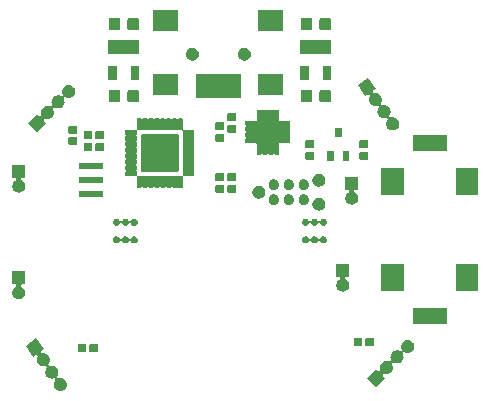
<source format=gts>
G04 #@! TF.GenerationSoftware,KiCad,Pcbnew,(5.1.0)-1*
G04 #@! TF.CreationDate,2019-03-21T22:27:28+11:00*
G04 #@! TF.ProjectId,top-hemi,746f702d-6865-46d6-992e-6b696361645f,rev?*
G04 #@! TF.SameCoordinates,Original*
G04 #@! TF.FileFunction,Soldermask,Top*
G04 #@! TF.FilePolarity,Negative*
%FSLAX46Y46*%
G04 Gerber Fmt 4.6, Leading zero omitted, Abs format (unit mm)*
G04 Created by KiCad (PCBNEW (5.1.0)-1) date 2019-03-21 22:27:28*
%MOMM*%
%LPD*%
G04 APERTURE LIST*
%ADD10C,0.100000*%
G04 APERTURE END LIST*
D10*
G36*
X118182510Y-98638666D02*
G01*
X117995626Y-98769524D01*
X117977027Y-98785479D01*
X117961899Y-98804755D01*
X117950822Y-98826613D01*
X117944222Y-98850211D01*
X117942353Y-98874644D01*
X117945286Y-98898972D01*
X117952909Y-98922260D01*
X117964929Y-98943613D01*
X117980884Y-98962212D01*
X118000160Y-98977340D01*
X118022018Y-98988417D01*
X118045616Y-98995017D01*
X118079568Y-98996314D01*
X118116491Y-98992677D01*
X118170625Y-98992677D01*
X118251573Y-99000650D01*
X118355437Y-99032156D01*
X118382613Y-99046682D01*
X118451158Y-99083320D01*
X118535059Y-99152176D01*
X118603915Y-99236077D01*
X118640553Y-99304622D01*
X118655079Y-99331798D01*
X118686585Y-99435662D01*
X118697224Y-99543677D01*
X118686585Y-99651692D01*
X118655079Y-99755556D01*
X118654678Y-99756306D01*
X118603121Y-99852762D01*
X118591370Y-99870350D01*
X118581993Y-99892989D01*
X118577214Y-99917023D01*
X118577214Y-99941527D01*
X118581996Y-99965560D01*
X118591374Y-99988198D01*
X118604988Y-100008572D01*
X118622315Y-100025899D01*
X118642690Y-100039512D01*
X118665329Y-100048889D01*
X118689363Y-100053668D01*
X118713867Y-100053668D01*
X118737892Y-100048888D01*
X118754043Y-100043989D01*
X118763984Y-100040973D01*
X118778818Y-100039512D01*
X118844933Y-100033000D01*
X118899067Y-100033000D01*
X118980015Y-100040973D01*
X119083879Y-100072479D01*
X119110492Y-100086704D01*
X119179600Y-100123643D01*
X119263501Y-100192499D01*
X119332357Y-100276400D01*
X119368995Y-100344945D01*
X119383521Y-100372121D01*
X119415027Y-100475985D01*
X119425666Y-100584000D01*
X119415027Y-100692015D01*
X119383521Y-100795879D01*
X119383519Y-100795882D01*
X119331563Y-100893085D01*
X119319812Y-100910673D01*
X119310435Y-100933312D01*
X119305656Y-100957346D01*
X119305656Y-100981850D01*
X119310438Y-101005883D01*
X119319816Y-101028521D01*
X119333430Y-101048895D01*
X119350757Y-101066222D01*
X119371132Y-101079835D01*
X119393771Y-101089212D01*
X119417805Y-101093991D01*
X119442309Y-101093991D01*
X119466334Y-101089211D01*
X119482485Y-101084312D01*
X119492426Y-101081296D01*
X119507260Y-101079835D01*
X119573375Y-101073323D01*
X119627509Y-101073323D01*
X119708457Y-101081296D01*
X119812321Y-101112802D01*
X119838934Y-101127027D01*
X119908042Y-101163966D01*
X119991943Y-101232822D01*
X120060799Y-101316723D01*
X120097437Y-101385268D01*
X120111963Y-101412444D01*
X120143469Y-101516308D01*
X120154108Y-101624323D01*
X120143469Y-101732338D01*
X120111963Y-101836202D01*
X120111961Y-101836205D01*
X120060799Y-101931923D01*
X119991943Y-102015824D01*
X119908042Y-102084680D01*
X119839497Y-102121318D01*
X119812321Y-102135844D01*
X119708457Y-102167350D01*
X119627509Y-102175323D01*
X119573375Y-102175323D01*
X119492427Y-102167350D01*
X119388563Y-102135844D01*
X119361387Y-102121318D01*
X119292842Y-102084680D01*
X119208941Y-102015824D01*
X119140085Y-101931923D01*
X119088923Y-101836205D01*
X119088921Y-101836202D01*
X119057415Y-101732338D01*
X119046776Y-101624323D01*
X119057415Y-101516308D01*
X119088921Y-101412444D01*
X119106650Y-101379276D01*
X119140879Y-101315238D01*
X119152630Y-101297650D01*
X119162007Y-101275011D01*
X119166786Y-101250977D01*
X119166786Y-101226473D01*
X119162004Y-101202440D01*
X119152626Y-101179802D01*
X119139012Y-101159428D01*
X119121685Y-101142101D01*
X119101310Y-101128488D01*
X119078671Y-101119111D01*
X119054637Y-101114332D01*
X119030133Y-101114332D01*
X119006108Y-101119112D01*
X118989957Y-101124011D01*
X118980016Y-101127027D01*
X118968451Y-101128166D01*
X118899067Y-101135000D01*
X118844933Y-101135000D01*
X118763985Y-101127027D01*
X118660121Y-101095521D01*
X118618592Y-101073323D01*
X118564400Y-101044357D01*
X118480499Y-100975501D01*
X118411643Y-100891600D01*
X118360481Y-100795882D01*
X118360479Y-100795879D01*
X118328973Y-100692015D01*
X118318334Y-100584000D01*
X118328973Y-100475985D01*
X118360479Y-100372121D01*
X118397967Y-100301987D01*
X118412437Y-100274915D01*
X118424188Y-100257327D01*
X118433565Y-100234688D01*
X118438344Y-100210654D01*
X118438344Y-100186150D01*
X118433562Y-100162117D01*
X118424184Y-100139479D01*
X118410570Y-100119105D01*
X118393243Y-100101778D01*
X118372868Y-100088165D01*
X118350229Y-100078788D01*
X118326195Y-100074009D01*
X118301691Y-100074009D01*
X118277666Y-100078789D01*
X118261515Y-100083688D01*
X118251574Y-100086704D01*
X118240009Y-100087843D01*
X118170625Y-100094677D01*
X118116491Y-100094677D01*
X118035543Y-100086704D01*
X117931679Y-100055198D01*
X117890150Y-100033000D01*
X117835958Y-100004034D01*
X117752057Y-99935178D01*
X117683201Y-99851277D01*
X117632438Y-99756306D01*
X117632037Y-99755556D01*
X117600531Y-99651692D01*
X117589892Y-99543677D01*
X117600531Y-99435662D01*
X117632037Y-99331798D01*
X117648251Y-99301465D01*
X117657627Y-99278830D01*
X117662407Y-99254797D01*
X117662407Y-99230293D01*
X117657627Y-99206260D01*
X117648249Y-99183621D01*
X117634636Y-99163247D01*
X117617309Y-99145920D01*
X117596934Y-99132306D01*
X117574295Y-99122928D01*
X117550262Y-99118148D01*
X117525758Y-99118148D01*
X117501725Y-99122928D01*
X117479086Y-99132306D01*
X117466314Y-99140152D01*
X117279804Y-99270748D01*
X116647722Y-98368042D01*
X117550428Y-97735960D01*
X118182510Y-98638666D01*
X118182510Y-98638666D01*
G37*
G36*
X149106092Y-97854896D02*
G01*
X149209956Y-97886402D01*
X149237132Y-97900928D01*
X149305677Y-97937566D01*
X149389578Y-98006422D01*
X149458434Y-98090323D01*
X149495072Y-98158868D01*
X149509598Y-98186044D01*
X149541104Y-98289908D01*
X149551743Y-98397923D01*
X149541104Y-98505938D01*
X149509598Y-98609802D01*
X149509597Y-98609803D01*
X149509596Y-98609805D01*
X149458434Y-98705523D01*
X149389578Y-98789424D01*
X149305677Y-98858280D01*
X149239238Y-98893792D01*
X149209956Y-98909444D01*
X149106092Y-98940950D01*
X149025144Y-98948923D01*
X148971010Y-98948923D01*
X148890062Y-98940950D01*
X148786198Y-98909444D01*
X148774454Y-98903166D01*
X148751821Y-98893792D01*
X148727788Y-98889012D01*
X148703284Y-98889012D01*
X148679251Y-98893793D01*
X148656612Y-98903170D01*
X148636238Y-98916784D01*
X148618911Y-98934111D01*
X148605297Y-98954486D01*
X148595920Y-98977125D01*
X148591140Y-99001158D01*
X148591140Y-99025662D01*
X148595921Y-99049695D01*
X148605294Y-99072326D01*
X148611572Y-99084070D01*
X148643078Y-99187934D01*
X148653717Y-99295949D01*
X148643078Y-99403964D01*
X148611572Y-99507828D01*
X148611571Y-99507829D01*
X148611570Y-99507831D01*
X148560408Y-99603549D01*
X148491552Y-99687450D01*
X148407651Y-99756306D01*
X148339106Y-99792944D01*
X148311930Y-99807470D01*
X148208066Y-99838976D01*
X148127118Y-99846949D01*
X148072984Y-99846949D01*
X147992036Y-99838976D01*
X147888172Y-99807470D01*
X147876429Y-99801193D01*
X147853797Y-99791819D01*
X147829764Y-99787039D01*
X147805260Y-99787039D01*
X147781227Y-99791820D01*
X147758588Y-99801197D01*
X147738214Y-99814811D01*
X147720887Y-99832138D01*
X147707273Y-99852513D01*
X147697896Y-99875152D01*
X147693116Y-99899185D01*
X147693116Y-99923689D01*
X147697897Y-99947722D01*
X147707270Y-99970352D01*
X147713547Y-99982095D01*
X147745053Y-100085959D01*
X147755692Y-100193974D01*
X147745053Y-100301989D01*
X147713547Y-100405853D01*
X147699021Y-100433029D01*
X147662383Y-100501574D01*
X147593527Y-100585475D01*
X147509626Y-100654331D01*
X147441081Y-100690969D01*
X147413905Y-100705495D01*
X147310041Y-100737001D01*
X147229093Y-100744974D01*
X147174959Y-100744974D01*
X147094011Y-100737001D01*
X147046488Y-100722585D01*
X147022463Y-100717807D01*
X146997958Y-100717807D01*
X146973925Y-100722588D01*
X146951286Y-100731965D01*
X146930912Y-100745579D01*
X146913585Y-100762906D01*
X146899972Y-100783280D01*
X146890594Y-100805919D01*
X146885814Y-100829952D01*
X146885814Y-100854457D01*
X146890595Y-100878490D01*
X146899972Y-100901129D01*
X146921820Y-100930588D01*
X147083232Y-101092000D01*
X146304000Y-101871232D01*
X145524768Y-101092000D01*
X146304000Y-100312768D01*
X146465414Y-100474182D01*
X146484350Y-100489722D01*
X146505961Y-100501273D01*
X146529410Y-100508386D01*
X146553796Y-100510788D01*
X146578182Y-100508386D01*
X146601631Y-100501273D01*
X146623242Y-100489722D01*
X146642184Y-100474177D01*
X146657729Y-100455235D01*
X146669280Y-100433624D01*
X146676393Y-100410175D01*
X146678795Y-100385789D01*
X146673414Y-100349509D01*
X146658999Y-100301989D01*
X146648360Y-100193974D01*
X146658999Y-100085959D01*
X146690505Y-99982095D01*
X146725287Y-99917023D01*
X146741669Y-99886374D01*
X146810525Y-99802473D01*
X146894426Y-99733617D01*
X146962971Y-99696979D01*
X146990147Y-99682453D01*
X147094011Y-99650947D01*
X147174959Y-99642974D01*
X147229093Y-99642974D01*
X147310041Y-99650947D01*
X147413905Y-99682453D01*
X147425648Y-99688730D01*
X147448280Y-99698104D01*
X147472313Y-99702884D01*
X147496817Y-99702884D01*
X147520850Y-99698103D01*
X147543489Y-99688726D01*
X147563863Y-99675112D01*
X147581190Y-99657785D01*
X147594804Y-99637410D01*
X147604181Y-99614771D01*
X147608961Y-99590738D01*
X147608961Y-99566234D01*
X147604180Y-99542201D01*
X147594807Y-99519571D01*
X147588530Y-99507828D01*
X147557024Y-99403964D01*
X147546385Y-99295949D01*
X147557024Y-99187934D01*
X147588530Y-99084070D01*
X147619750Y-99025662D01*
X147639694Y-98988349D01*
X147708550Y-98904448D01*
X147792451Y-98835592D01*
X147876433Y-98790703D01*
X147888172Y-98784428D01*
X147992036Y-98752922D01*
X148072984Y-98744949D01*
X148127118Y-98744949D01*
X148208066Y-98752922D01*
X148311930Y-98784428D01*
X148323674Y-98790706D01*
X148346307Y-98800080D01*
X148370340Y-98804860D01*
X148394844Y-98804860D01*
X148418877Y-98800079D01*
X148441516Y-98790702D01*
X148461890Y-98777088D01*
X148479217Y-98759761D01*
X148492831Y-98739386D01*
X148502208Y-98716747D01*
X148506988Y-98692714D01*
X148506988Y-98668210D01*
X148502207Y-98644177D01*
X148492834Y-98621546D01*
X148486556Y-98609802D01*
X148455050Y-98505938D01*
X148444411Y-98397923D01*
X148455050Y-98289908D01*
X148486556Y-98186044D01*
X148501082Y-98158868D01*
X148537720Y-98090323D01*
X148606576Y-98006422D01*
X148690477Y-97937566D01*
X148759022Y-97900928D01*
X148786198Y-97886402D01*
X148890062Y-97854896D01*
X148971010Y-97846923D01*
X149025144Y-97846923D01*
X149106092Y-97854896D01*
X149106092Y-97854896D01*
G37*
G36*
X121691938Y-98183716D02*
G01*
X121712557Y-98189971D01*
X121731553Y-98200124D01*
X121748208Y-98213792D01*
X121761876Y-98230447D01*
X121772029Y-98249443D01*
X121778284Y-98270062D01*
X121781000Y-98297640D01*
X121781000Y-98806360D01*
X121778284Y-98833938D01*
X121772029Y-98854557D01*
X121761876Y-98873553D01*
X121748208Y-98890208D01*
X121731553Y-98903876D01*
X121712557Y-98914029D01*
X121691938Y-98920284D01*
X121664360Y-98923000D01*
X121205640Y-98923000D01*
X121178062Y-98920284D01*
X121157443Y-98914029D01*
X121138447Y-98903876D01*
X121121792Y-98890208D01*
X121108124Y-98873553D01*
X121097971Y-98854557D01*
X121091716Y-98833938D01*
X121089000Y-98806360D01*
X121089000Y-98297640D01*
X121091716Y-98270062D01*
X121097971Y-98249443D01*
X121108124Y-98230447D01*
X121121792Y-98213792D01*
X121138447Y-98200124D01*
X121157443Y-98189971D01*
X121178062Y-98183716D01*
X121205640Y-98181000D01*
X121664360Y-98181000D01*
X121691938Y-98183716D01*
X121691938Y-98183716D01*
G37*
G36*
X122661938Y-98183716D02*
G01*
X122682557Y-98189971D01*
X122701553Y-98200124D01*
X122718208Y-98213792D01*
X122731876Y-98230447D01*
X122742029Y-98249443D01*
X122748284Y-98270062D01*
X122751000Y-98297640D01*
X122751000Y-98806360D01*
X122748284Y-98833938D01*
X122742029Y-98854557D01*
X122731876Y-98873553D01*
X122718208Y-98890208D01*
X122701553Y-98903876D01*
X122682557Y-98914029D01*
X122661938Y-98920284D01*
X122634360Y-98923000D01*
X122175640Y-98923000D01*
X122148062Y-98920284D01*
X122127443Y-98914029D01*
X122108447Y-98903876D01*
X122091792Y-98890208D01*
X122078124Y-98873553D01*
X122067971Y-98854557D01*
X122061716Y-98833938D01*
X122059000Y-98806360D01*
X122059000Y-98297640D01*
X122061716Y-98270062D01*
X122067971Y-98249443D01*
X122078124Y-98230447D01*
X122091792Y-98213792D01*
X122108447Y-98200124D01*
X122127443Y-98189971D01*
X122148062Y-98183716D01*
X122175640Y-98181000D01*
X122634360Y-98181000D01*
X122661938Y-98183716D01*
X122661938Y-98183716D01*
G37*
G36*
X146029938Y-97675716D02*
G01*
X146050557Y-97681971D01*
X146069553Y-97692124D01*
X146086208Y-97705792D01*
X146099876Y-97722447D01*
X146110029Y-97741443D01*
X146116284Y-97762062D01*
X146119000Y-97789640D01*
X146119000Y-98298360D01*
X146116284Y-98325938D01*
X146110029Y-98346557D01*
X146099876Y-98365553D01*
X146086208Y-98382208D01*
X146069553Y-98395876D01*
X146050557Y-98406029D01*
X146029938Y-98412284D01*
X146002360Y-98415000D01*
X145543640Y-98415000D01*
X145516062Y-98412284D01*
X145495443Y-98406029D01*
X145476447Y-98395876D01*
X145459792Y-98382208D01*
X145446124Y-98365553D01*
X145435971Y-98346557D01*
X145429716Y-98325938D01*
X145427000Y-98298360D01*
X145427000Y-97789640D01*
X145429716Y-97762062D01*
X145435971Y-97741443D01*
X145446124Y-97722447D01*
X145459792Y-97705792D01*
X145476447Y-97692124D01*
X145495443Y-97681971D01*
X145516062Y-97675716D01*
X145543640Y-97673000D01*
X146002360Y-97673000D01*
X146029938Y-97675716D01*
X146029938Y-97675716D01*
G37*
G36*
X145059938Y-97675716D02*
G01*
X145080557Y-97681971D01*
X145099553Y-97692124D01*
X145116208Y-97705792D01*
X145129876Y-97722447D01*
X145140029Y-97741443D01*
X145146284Y-97762062D01*
X145149000Y-97789640D01*
X145149000Y-98298360D01*
X145146284Y-98325938D01*
X145140029Y-98346557D01*
X145129876Y-98365553D01*
X145116208Y-98382208D01*
X145099553Y-98395876D01*
X145080557Y-98406029D01*
X145059938Y-98412284D01*
X145032360Y-98415000D01*
X144573640Y-98415000D01*
X144546062Y-98412284D01*
X144525443Y-98406029D01*
X144506447Y-98395876D01*
X144489792Y-98382208D01*
X144476124Y-98365553D01*
X144465971Y-98346557D01*
X144459716Y-98325938D01*
X144457000Y-98298360D01*
X144457000Y-97789640D01*
X144459716Y-97762062D01*
X144465971Y-97741443D01*
X144476124Y-97722447D01*
X144489792Y-97705792D01*
X144506447Y-97692124D01*
X144525443Y-97681971D01*
X144546062Y-97675716D01*
X144573640Y-97673000D01*
X145032360Y-97673000D01*
X145059938Y-97675716D01*
X145059938Y-97675716D01*
G37*
G36*
X152327000Y-96531000D02*
G01*
X149425000Y-96531000D01*
X149425000Y-95129000D01*
X152327000Y-95129000D01*
X152327000Y-96531000D01*
X152327000Y-96531000D01*
G37*
G36*
X116629000Y-93134000D02*
G01*
X116400735Y-93134000D01*
X116376349Y-93136402D01*
X116352900Y-93143515D01*
X116331289Y-93155066D01*
X116312347Y-93170611D01*
X116296802Y-93189553D01*
X116285251Y-93211164D01*
X116278138Y-93234613D01*
X116275736Y-93258999D01*
X116278138Y-93283385D01*
X116285251Y-93306834D01*
X116296802Y-93328445D01*
X116312347Y-93347387D01*
X116331289Y-93362932D01*
X116341802Y-93369233D01*
X116385600Y-93392644D01*
X116385602Y-93392645D01*
X116385601Y-93392645D01*
X116469501Y-93461499D01*
X116538357Y-93545400D01*
X116572619Y-93609501D01*
X116589521Y-93641121D01*
X116621027Y-93744985D01*
X116631666Y-93853000D01*
X116621027Y-93961015D01*
X116589521Y-94064879D01*
X116589519Y-94064882D01*
X116538357Y-94160600D01*
X116469501Y-94244501D01*
X116385600Y-94313357D01*
X116317055Y-94349995D01*
X116289879Y-94364521D01*
X116186015Y-94396027D01*
X116105067Y-94404000D01*
X116050933Y-94404000D01*
X115969985Y-94396027D01*
X115866121Y-94364521D01*
X115838945Y-94349995D01*
X115770400Y-94313357D01*
X115686499Y-94244501D01*
X115617643Y-94160600D01*
X115566481Y-94064882D01*
X115566479Y-94064879D01*
X115534973Y-93961015D01*
X115524334Y-93853000D01*
X115534973Y-93744985D01*
X115566479Y-93641121D01*
X115583381Y-93609501D01*
X115617643Y-93545400D01*
X115686499Y-93461499D01*
X115770399Y-93392645D01*
X115770398Y-93392645D01*
X115770400Y-93392644D01*
X115814193Y-93369236D01*
X115834563Y-93355625D01*
X115851890Y-93338298D01*
X115865504Y-93317924D01*
X115874881Y-93295285D01*
X115879662Y-93271252D01*
X115879662Y-93246748D01*
X115874882Y-93222714D01*
X115865505Y-93200076D01*
X115851891Y-93179701D01*
X115834564Y-93162374D01*
X115814190Y-93148760D01*
X115791551Y-93139383D01*
X115767518Y-93134602D01*
X115755265Y-93134000D01*
X115527000Y-93134000D01*
X115527000Y-92032000D01*
X116629000Y-92032000D01*
X116629000Y-93134000D01*
X116629000Y-93134000D01*
G37*
G36*
X144061000Y-92499000D02*
G01*
X143832735Y-92499000D01*
X143808349Y-92501402D01*
X143784900Y-92508515D01*
X143763289Y-92520066D01*
X143744347Y-92535611D01*
X143728802Y-92554553D01*
X143717251Y-92576164D01*
X143710138Y-92599613D01*
X143707736Y-92623999D01*
X143710138Y-92648385D01*
X143717251Y-92671834D01*
X143728802Y-92693445D01*
X143744347Y-92712387D01*
X143763289Y-92727932D01*
X143773802Y-92734233D01*
X143817600Y-92757644D01*
X143817602Y-92757645D01*
X143817601Y-92757645D01*
X143901501Y-92826499D01*
X143970357Y-92910400D01*
X144006995Y-92978945D01*
X144021521Y-93006121D01*
X144053027Y-93109985D01*
X144063666Y-93218000D01*
X144053027Y-93326015D01*
X144021521Y-93429879D01*
X144021519Y-93429882D01*
X143970357Y-93525600D01*
X143901501Y-93609501D01*
X143817600Y-93678357D01*
X143749055Y-93714995D01*
X143721879Y-93729521D01*
X143618015Y-93761027D01*
X143537067Y-93769000D01*
X143482933Y-93769000D01*
X143401985Y-93761027D01*
X143298121Y-93729521D01*
X143270945Y-93714995D01*
X143202400Y-93678357D01*
X143118499Y-93609501D01*
X143049643Y-93525600D01*
X142998481Y-93429882D01*
X142998479Y-93429879D01*
X142966973Y-93326015D01*
X142956334Y-93218000D01*
X142966973Y-93109985D01*
X142998479Y-93006121D01*
X143013005Y-92978945D01*
X143049643Y-92910400D01*
X143118499Y-92826499D01*
X143202399Y-92757645D01*
X143202398Y-92757645D01*
X143202400Y-92757644D01*
X143246193Y-92734236D01*
X143266563Y-92720625D01*
X143283890Y-92703298D01*
X143297504Y-92682924D01*
X143306881Y-92660285D01*
X143311662Y-92636252D01*
X143311662Y-92611748D01*
X143306882Y-92587714D01*
X143297505Y-92565076D01*
X143283891Y-92544701D01*
X143266564Y-92527374D01*
X143246190Y-92513760D01*
X143223551Y-92504383D01*
X143199518Y-92499602D01*
X143187265Y-92499000D01*
X142959000Y-92499000D01*
X142959000Y-91397000D01*
X144061000Y-91397000D01*
X144061000Y-92499000D01*
X144061000Y-92499000D01*
G37*
G36*
X154977000Y-93731000D02*
G01*
X153075000Y-93731000D01*
X153075000Y-91429000D01*
X154977000Y-91429000D01*
X154977000Y-93731000D01*
X154977000Y-93731000D01*
G37*
G36*
X148677000Y-93731000D02*
G01*
X146775000Y-93731000D01*
X146775000Y-91429000D01*
X148677000Y-91429000D01*
X148677000Y-93731000D01*
X148677000Y-93731000D01*
G37*
G36*
X124432797Y-89106567D02*
G01*
X124487575Y-89129257D01*
X124487577Y-89129258D01*
X124536876Y-89162198D01*
X124578802Y-89204124D01*
X124611742Y-89253423D01*
X124616067Y-89259896D01*
X124631612Y-89278838D01*
X124650554Y-89294383D01*
X124672165Y-89305934D01*
X124695614Y-89313047D01*
X124720000Y-89315449D01*
X124744386Y-89313047D01*
X124767835Y-89305934D01*
X124789446Y-89294383D01*
X124808388Y-89278838D01*
X124823933Y-89259896D01*
X124828258Y-89253423D01*
X124861198Y-89204124D01*
X124903124Y-89162198D01*
X124952423Y-89129258D01*
X124952425Y-89129257D01*
X125007203Y-89106567D01*
X125065353Y-89095000D01*
X125124647Y-89095000D01*
X125182797Y-89106567D01*
X125237575Y-89129257D01*
X125237577Y-89129258D01*
X125286876Y-89162198D01*
X125328802Y-89204124D01*
X125361742Y-89253423D01*
X125366067Y-89259896D01*
X125381612Y-89278838D01*
X125400554Y-89294383D01*
X125422165Y-89305934D01*
X125445614Y-89313047D01*
X125470000Y-89315449D01*
X125494386Y-89313047D01*
X125517835Y-89305934D01*
X125539446Y-89294383D01*
X125558388Y-89278838D01*
X125573933Y-89259896D01*
X125578258Y-89253423D01*
X125611198Y-89204124D01*
X125653124Y-89162198D01*
X125702423Y-89129258D01*
X125702425Y-89129257D01*
X125757203Y-89106567D01*
X125815353Y-89095000D01*
X125874647Y-89095000D01*
X125932797Y-89106567D01*
X125987575Y-89129257D01*
X125987577Y-89129258D01*
X126036876Y-89162198D01*
X126078802Y-89204124D01*
X126111742Y-89253423D01*
X126111743Y-89253425D01*
X126134433Y-89308203D01*
X126146000Y-89366353D01*
X126146000Y-89425647D01*
X126134433Y-89483797D01*
X126114423Y-89532104D01*
X126111742Y-89538577D01*
X126078802Y-89587876D01*
X126036876Y-89629802D01*
X125987577Y-89662742D01*
X125987576Y-89662743D01*
X125987575Y-89662743D01*
X125932797Y-89685433D01*
X125874647Y-89697000D01*
X125815353Y-89697000D01*
X125757203Y-89685433D01*
X125702425Y-89662743D01*
X125702424Y-89662743D01*
X125702423Y-89662742D01*
X125653124Y-89629802D01*
X125611198Y-89587876D01*
X125578258Y-89538577D01*
X125578257Y-89538575D01*
X125573933Y-89532104D01*
X125558388Y-89513162D01*
X125539446Y-89497617D01*
X125517835Y-89486066D01*
X125494386Y-89478953D01*
X125470000Y-89476551D01*
X125445614Y-89478953D01*
X125422165Y-89486066D01*
X125400554Y-89497617D01*
X125381612Y-89513162D01*
X125366067Y-89532104D01*
X125361743Y-89538575D01*
X125361742Y-89538577D01*
X125328802Y-89587876D01*
X125286876Y-89629802D01*
X125237577Y-89662742D01*
X125237576Y-89662743D01*
X125237575Y-89662743D01*
X125182797Y-89685433D01*
X125124647Y-89697000D01*
X125065353Y-89697000D01*
X125007203Y-89685433D01*
X124952425Y-89662743D01*
X124952424Y-89662743D01*
X124952423Y-89662742D01*
X124903124Y-89629802D01*
X124861198Y-89587876D01*
X124828258Y-89538577D01*
X124828257Y-89538575D01*
X124823933Y-89532104D01*
X124808388Y-89513162D01*
X124789446Y-89497617D01*
X124767835Y-89486066D01*
X124744386Y-89478953D01*
X124720000Y-89476551D01*
X124695614Y-89478953D01*
X124672165Y-89486066D01*
X124650554Y-89497617D01*
X124631612Y-89513162D01*
X124616067Y-89532104D01*
X124611743Y-89538575D01*
X124611742Y-89538577D01*
X124578802Y-89587876D01*
X124536876Y-89629802D01*
X124487577Y-89662742D01*
X124487576Y-89662743D01*
X124487575Y-89662743D01*
X124432797Y-89685433D01*
X124374647Y-89697000D01*
X124315353Y-89697000D01*
X124257203Y-89685433D01*
X124202425Y-89662743D01*
X124202424Y-89662743D01*
X124202423Y-89662742D01*
X124153124Y-89629802D01*
X124111198Y-89587876D01*
X124078258Y-89538577D01*
X124075577Y-89532104D01*
X124055567Y-89483797D01*
X124044000Y-89425647D01*
X124044000Y-89366353D01*
X124055567Y-89308203D01*
X124078257Y-89253425D01*
X124078258Y-89253423D01*
X124111198Y-89204124D01*
X124153124Y-89162198D01*
X124202423Y-89129258D01*
X124202425Y-89129257D01*
X124257203Y-89106567D01*
X124315353Y-89095000D01*
X124374647Y-89095000D01*
X124432797Y-89106567D01*
X124432797Y-89106567D01*
G37*
G36*
X140446797Y-89106567D02*
G01*
X140501575Y-89129257D01*
X140501577Y-89129258D01*
X140550876Y-89162198D01*
X140592802Y-89204124D01*
X140625742Y-89253423D01*
X140630067Y-89259896D01*
X140645612Y-89278838D01*
X140664554Y-89294383D01*
X140686165Y-89305934D01*
X140709614Y-89313047D01*
X140734000Y-89315449D01*
X140758386Y-89313047D01*
X140781835Y-89305934D01*
X140803446Y-89294383D01*
X140822388Y-89278838D01*
X140837933Y-89259896D01*
X140842258Y-89253423D01*
X140875198Y-89204124D01*
X140917124Y-89162198D01*
X140966423Y-89129258D01*
X140966425Y-89129257D01*
X141021203Y-89106567D01*
X141079353Y-89095000D01*
X141138647Y-89095000D01*
X141196797Y-89106567D01*
X141251575Y-89129257D01*
X141251577Y-89129258D01*
X141300876Y-89162198D01*
X141342802Y-89204124D01*
X141375742Y-89253423D01*
X141380067Y-89259896D01*
X141395612Y-89278838D01*
X141414554Y-89294383D01*
X141436165Y-89305934D01*
X141459614Y-89313047D01*
X141484000Y-89315449D01*
X141508386Y-89313047D01*
X141531835Y-89305934D01*
X141553446Y-89294383D01*
X141572388Y-89278838D01*
X141587933Y-89259896D01*
X141592258Y-89253423D01*
X141625198Y-89204124D01*
X141667124Y-89162198D01*
X141716423Y-89129258D01*
X141716425Y-89129257D01*
X141771203Y-89106567D01*
X141829353Y-89095000D01*
X141888647Y-89095000D01*
X141946797Y-89106567D01*
X142001575Y-89129257D01*
X142001577Y-89129258D01*
X142050876Y-89162198D01*
X142092802Y-89204124D01*
X142125742Y-89253423D01*
X142125743Y-89253425D01*
X142148433Y-89308203D01*
X142160000Y-89366353D01*
X142160000Y-89425647D01*
X142148433Y-89483797D01*
X142128423Y-89532104D01*
X142125742Y-89538577D01*
X142092802Y-89587876D01*
X142050876Y-89629802D01*
X142001577Y-89662742D01*
X142001576Y-89662743D01*
X142001575Y-89662743D01*
X141946797Y-89685433D01*
X141888647Y-89697000D01*
X141829353Y-89697000D01*
X141771203Y-89685433D01*
X141716425Y-89662743D01*
X141716424Y-89662743D01*
X141716423Y-89662742D01*
X141667124Y-89629802D01*
X141625198Y-89587876D01*
X141592258Y-89538577D01*
X141592257Y-89538575D01*
X141587933Y-89532104D01*
X141572388Y-89513162D01*
X141553446Y-89497617D01*
X141531835Y-89486066D01*
X141508386Y-89478953D01*
X141484000Y-89476551D01*
X141459614Y-89478953D01*
X141436165Y-89486066D01*
X141414554Y-89497617D01*
X141395612Y-89513162D01*
X141380067Y-89532104D01*
X141375743Y-89538575D01*
X141375742Y-89538577D01*
X141342802Y-89587876D01*
X141300876Y-89629802D01*
X141251577Y-89662742D01*
X141251576Y-89662743D01*
X141251575Y-89662743D01*
X141196797Y-89685433D01*
X141138647Y-89697000D01*
X141079353Y-89697000D01*
X141021203Y-89685433D01*
X140966425Y-89662743D01*
X140966424Y-89662743D01*
X140966423Y-89662742D01*
X140917124Y-89629802D01*
X140875198Y-89587876D01*
X140842258Y-89538577D01*
X140842257Y-89538575D01*
X140837933Y-89532104D01*
X140822388Y-89513162D01*
X140803446Y-89497617D01*
X140781835Y-89486066D01*
X140758386Y-89478953D01*
X140734000Y-89476551D01*
X140709614Y-89478953D01*
X140686165Y-89486066D01*
X140664554Y-89497617D01*
X140645612Y-89513162D01*
X140630067Y-89532104D01*
X140625743Y-89538575D01*
X140625742Y-89538577D01*
X140592802Y-89587876D01*
X140550876Y-89629802D01*
X140501577Y-89662742D01*
X140501576Y-89662743D01*
X140501575Y-89662743D01*
X140446797Y-89685433D01*
X140388647Y-89697000D01*
X140329353Y-89697000D01*
X140271203Y-89685433D01*
X140216425Y-89662743D01*
X140216424Y-89662743D01*
X140216423Y-89662742D01*
X140167124Y-89629802D01*
X140125198Y-89587876D01*
X140092258Y-89538577D01*
X140089577Y-89532104D01*
X140069567Y-89483797D01*
X140058000Y-89425647D01*
X140058000Y-89366353D01*
X140069567Y-89308203D01*
X140092257Y-89253425D01*
X140092258Y-89253423D01*
X140125198Y-89204124D01*
X140167124Y-89162198D01*
X140216423Y-89129258D01*
X140216425Y-89129257D01*
X140271203Y-89106567D01*
X140329353Y-89095000D01*
X140388647Y-89095000D01*
X140446797Y-89106567D01*
X140446797Y-89106567D01*
G37*
G36*
X124432797Y-87606567D02*
G01*
X124487575Y-87629257D01*
X124487577Y-87629258D01*
X124536876Y-87662198D01*
X124578802Y-87704124D01*
X124611742Y-87753423D01*
X124616067Y-87759896D01*
X124631612Y-87778838D01*
X124650554Y-87794383D01*
X124672165Y-87805934D01*
X124695614Y-87813047D01*
X124720000Y-87815449D01*
X124744386Y-87813047D01*
X124767835Y-87805934D01*
X124789446Y-87794383D01*
X124808388Y-87778838D01*
X124823933Y-87759896D01*
X124828258Y-87753423D01*
X124861198Y-87704124D01*
X124903124Y-87662198D01*
X124952423Y-87629258D01*
X124952425Y-87629257D01*
X125007203Y-87606567D01*
X125065353Y-87595000D01*
X125124647Y-87595000D01*
X125182797Y-87606567D01*
X125237575Y-87629257D01*
X125237577Y-87629258D01*
X125286876Y-87662198D01*
X125328802Y-87704124D01*
X125361742Y-87753423D01*
X125366067Y-87759896D01*
X125381612Y-87778838D01*
X125400554Y-87794383D01*
X125422165Y-87805934D01*
X125445614Y-87813047D01*
X125470000Y-87815449D01*
X125494386Y-87813047D01*
X125517835Y-87805934D01*
X125539446Y-87794383D01*
X125558388Y-87778838D01*
X125573933Y-87759896D01*
X125578258Y-87753423D01*
X125611198Y-87704124D01*
X125653124Y-87662198D01*
X125702423Y-87629258D01*
X125702425Y-87629257D01*
X125757203Y-87606567D01*
X125815353Y-87595000D01*
X125874647Y-87595000D01*
X125932797Y-87606567D01*
X125987575Y-87629257D01*
X125987577Y-87629258D01*
X126036876Y-87662198D01*
X126078802Y-87704124D01*
X126111742Y-87753423D01*
X126111743Y-87753425D01*
X126134433Y-87808203D01*
X126146000Y-87866353D01*
X126146000Y-87925647D01*
X126134433Y-87983797D01*
X126114423Y-88032104D01*
X126111742Y-88038577D01*
X126078802Y-88087876D01*
X126036876Y-88129802D01*
X125987577Y-88162742D01*
X125987576Y-88162743D01*
X125987575Y-88162743D01*
X125932797Y-88185433D01*
X125874647Y-88197000D01*
X125815353Y-88197000D01*
X125757203Y-88185433D01*
X125702425Y-88162743D01*
X125702424Y-88162743D01*
X125702423Y-88162742D01*
X125653124Y-88129802D01*
X125611198Y-88087876D01*
X125578258Y-88038577D01*
X125578257Y-88038575D01*
X125573933Y-88032104D01*
X125558388Y-88013162D01*
X125539446Y-87997617D01*
X125517835Y-87986066D01*
X125494386Y-87978953D01*
X125470000Y-87976551D01*
X125445614Y-87978953D01*
X125422165Y-87986066D01*
X125400554Y-87997617D01*
X125381612Y-88013162D01*
X125366067Y-88032104D01*
X125361743Y-88038575D01*
X125361742Y-88038577D01*
X125328802Y-88087876D01*
X125286876Y-88129802D01*
X125237577Y-88162742D01*
X125237576Y-88162743D01*
X125237575Y-88162743D01*
X125182797Y-88185433D01*
X125124647Y-88197000D01*
X125065353Y-88197000D01*
X125007203Y-88185433D01*
X124952425Y-88162743D01*
X124952424Y-88162743D01*
X124952423Y-88162742D01*
X124903124Y-88129802D01*
X124861198Y-88087876D01*
X124828258Y-88038577D01*
X124828257Y-88038575D01*
X124823933Y-88032104D01*
X124808388Y-88013162D01*
X124789446Y-87997617D01*
X124767835Y-87986066D01*
X124744386Y-87978953D01*
X124720000Y-87976551D01*
X124695614Y-87978953D01*
X124672165Y-87986066D01*
X124650554Y-87997617D01*
X124631612Y-88013162D01*
X124616067Y-88032104D01*
X124611743Y-88038575D01*
X124611742Y-88038577D01*
X124578802Y-88087876D01*
X124536876Y-88129802D01*
X124487577Y-88162742D01*
X124487576Y-88162743D01*
X124487575Y-88162743D01*
X124432797Y-88185433D01*
X124374647Y-88197000D01*
X124315353Y-88197000D01*
X124257203Y-88185433D01*
X124202425Y-88162743D01*
X124202424Y-88162743D01*
X124202423Y-88162742D01*
X124153124Y-88129802D01*
X124111198Y-88087876D01*
X124078258Y-88038577D01*
X124075577Y-88032104D01*
X124055567Y-87983797D01*
X124044000Y-87925647D01*
X124044000Y-87866353D01*
X124055567Y-87808203D01*
X124078257Y-87753425D01*
X124078258Y-87753423D01*
X124111198Y-87704124D01*
X124153124Y-87662198D01*
X124202423Y-87629258D01*
X124202425Y-87629257D01*
X124257203Y-87606567D01*
X124315353Y-87595000D01*
X124374647Y-87595000D01*
X124432797Y-87606567D01*
X124432797Y-87606567D01*
G37*
G36*
X140446797Y-87606567D02*
G01*
X140501575Y-87629257D01*
X140501577Y-87629258D01*
X140550876Y-87662198D01*
X140592802Y-87704124D01*
X140625742Y-87753423D01*
X140630067Y-87759896D01*
X140645612Y-87778838D01*
X140664554Y-87794383D01*
X140686165Y-87805934D01*
X140709614Y-87813047D01*
X140734000Y-87815449D01*
X140758386Y-87813047D01*
X140781835Y-87805934D01*
X140803446Y-87794383D01*
X140822388Y-87778838D01*
X140837933Y-87759896D01*
X140842258Y-87753423D01*
X140875198Y-87704124D01*
X140917124Y-87662198D01*
X140966423Y-87629258D01*
X140966425Y-87629257D01*
X141021203Y-87606567D01*
X141079353Y-87595000D01*
X141138647Y-87595000D01*
X141196797Y-87606567D01*
X141251575Y-87629257D01*
X141251577Y-87629258D01*
X141300876Y-87662198D01*
X141342802Y-87704124D01*
X141375742Y-87753423D01*
X141380067Y-87759896D01*
X141395612Y-87778838D01*
X141414554Y-87794383D01*
X141436165Y-87805934D01*
X141459614Y-87813047D01*
X141484000Y-87815449D01*
X141508386Y-87813047D01*
X141531835Y-87805934D01*
X141553446Y-87794383D01*
X141572388Y-87778838D01*
X141587933Y-87759896D01*
X141592258Y-87753423D01*
X141625198Y-87704124D01*
X141667124Y-87662198D01*
X141716423Y-87629258D01*
X141716425Y-87629257D01*
X141771203Y-87606567D01*
X141829353Y-87595000D01*
X141888647Y-87595000D01*
X141946797Y-87606567D01*
X142001575Y-87629257D01*
X142001577Y-87629258D01*
X142050876Y-87662198D01*
X142092802Y-87704124D01*
X142125742Y-87753423D01*
X142125743Y-87753425D01*
X142148433Y-87808203D01*
X142160000Y-87866353D01*
X142160000Y-87925647D01*
X142148433Y-87983797D01*
X142128423Y-88032104D01*
X142125742Y-88038577D01*
X142092802Y-88087876D01*
X142050876Y-88129802D01*
X142001577Y-88162742D01*
X142001576Y-88162743D01*
X142001575Y-88162743D01*
X141946797Y-88185433D01*
X141888647Y-88197000D01*
X141829353Y-88197000D01*
X141771203Y-88185433D01*
X141716425Y-88162743D01*
X141716424Y-88162743D01*
X141716423Y-88162742D01*
X141667124Y-88129802D01*
X141625198Y-88087876D01*
X141592258Y-88038577D01*
X141592257Y-88038575D01*
X141587933Y-88032104D01*
X141572388Y-88013162D01*
X141553446Y-87997617D01*
X141531835Y-87986066D01*
X141508386Y-87978953D01*
X141484000Y-87976551D01*
X141459614Y-87978953D01*
X141436165Y-87986066D01*
X141414554Y-87997617D01*
X141395612Y-88013162D01*
X141380067Y-88032104D01*
X141375743Y-88038575D01*
X141375742Y-88038577D01*
X141342802Y-88087876D01*
X141300876Y-88129802D01*
X141251577Y-88162742D01*
X141251576Y-88162743D01*
X141251575Y-88162743D01*
X141196797Y-88185433D01*
X141138647Y-88197000D01*
X141079353Y-88197000D01*
X141021203Y-88185433D01*
X140966425Y-88162743D01*
X140966424Y-88162743D01*
X140966423Y-88162742D01*
X140917124Y-88129802D01*
X140875198Y-88087876D01*
X140842258Y-88038577D01*
X140842257Y-88038575D01*
X140837933Y-88032104D01*
X140822388Y-88013162D01*
X140803446Y-87997617D01*
X140781835Y-87986066D01*
X140758386Y-87978953D01*
X140734000Y-87976551D01*
X140709614Y-87978953D01*
X140686165Y-87986066D01*
X140664554Y-87997617D01*
X140645612Y-88013162D01*
X140630067Y-88032104D01*
X140625743Y-88038575D01*
X140625742Y-88038577D01*
X140592802Y-88087876D01*
X140550876Y-88129802D01*
X140501577Y-88162742D01*
X140501576Y-88162743D01*
X140501575Y-88162743D01*
X140446797Y-88185433D01*
X140388647Y-88197000D01*
X140329353Y-88197000D01*
X140271203Y-88185433D01*
X140216425Y-88162743D01*
X140216424Y-88162743D01*
X140216423Y-88162742D01*
X140167124Y-88129802D01*
X140125198Y-88087876D01*
X140092258Y-88038577D01*
X140089577Y-88032104D01*
X140069567Y-87983797D01*
X140058000Y-87925647D01*
X140058000Y-87866353D01*
X140069567Y-87808203D01*
X140092257Y-87753425D01*
X140092258Y-87753423D01*
X140125198Y-87704124D01*
X140167124Y-87662198D01*
X140216423Y-87629258D01*
X140216425Y-87629257D01*
X140271203Y-87606567D01*
X140329353Y-87595000D01*
X140388647Y-87595000D01*
X140446797Y-87606567D01*
X140446797Y-87606567D01*
G37*
G36*
X141584578Y-85824197D02*
G01*
X141637350Y-85834694D01*
X141736770Y-85875875D01*
X141826246Y-85935661D01*
X141902339Y-86011754D01*
X141962125Y-86101230D01*
X142003306Y-86200650D01*
X142024300Y-86306194D01*
X142024300Y-86413806D01*
X142003306Y-86519350D01*
X141962125Y-86618770D01*
X141902339Y-86708246D01*
X141826246Y-86784339D01*
X141736770Y-86844125D01*
X141637350Y-86885306D01*
X141584578Y-86895803D01*
X141531807Y-86906300D01*
X141424193Y-86906300D01*
X141371422Y-86895803D01*
X141318650Y-86885306D01*
X141219230Y-86844125D01*
X141129754Y-86784339D01*
X141053661Y-86708246D01*
X140993875Y-86618770D01*
X140952694Y-86519350D01*
X140931700Y-86413806D01*
X140931700Y-86306194D01*
X140952694Y-86200650D01*
X140993875Y-86101230D01*
X141053661Y-86011754D01*
X141129754Y-85935661D01*
X141219230Y-85875875D01*
X141318650Y-85834694D01*
X141371422Y-85824197D01*
X141424193Y-85813700D01*
X141531807Y-85813700D01*
X141584578Y-85824197D01*
X141584578Y-85824197D01*
G37*
G36*
X140337714Y-85551389D02*
G01*
X140418645Y-85584912D01*
X140491480Y-85633579D01*
X140553421Y-85695520D01*
X140602088Y-85768355D01*
X140602089Y-85768357D01*
X140635611Y-85849286D01*
X140652700Y-85935199D01*
X140652700Y-86022801D01*
X140637100Y-86101229D01*
X140635611Y-86108714D01*
X140602088Y-86189645D01*
X140553421Y-86262480D01*
X140491480Y-86324421D01*
X140418645Y-86373088D01*
X140418644Y-86373089D01*
X140418643Y-86373089D01*
X140337714Y-86406611D01*
X140251801Y-86423700D01*
X140164199Y-86423700D01*
X140078286Y-86406611D01*
X139997357Y-86373089D01*
X139997356Y-86373089D01*
X139997355Y-86373088D01*
X139924520Y-86324421D01*
X139862579Y-86262480D01*
X139813912Y-86189645D01*
X139780389Y-86108714D01*
X139778900Y-86101229D01*
X139763300Y-86022801D01*
X139763300Y-85935199D01*
X139780389Y-85849286D01*
X139813911Y-85768357D01*
X139813912Y-85768355D01*
X139862579Y-85695520D01*
X139924520Y-85633579D01*
X139997355Y-85584912D01*
X140078286Y-85551389D01*
X140164199Y-85534300D01*
X140251801Y-85534300D01*
X140337714Y-85551389D01*
X140337714Y-85551389D01*
G37*
G36*
X139067714Y-85551389D02*
G01*
X139148645Y-85584912D01*
X139221480Y-85633579D01*
X139283421Y-85695520D01*
X139332088Y-85768355D01*
X139332089Y-85768357D01*
X139365611Y-85849286D01*
X139382700Y-85935199D01*
X139382700Y-86022801D01*
X139367100Y-86101229D01*
X139365611Y-86108714D01*
X139332088Y-86189645D01*
X139283421Y-86262480D01*
X139221480Y-86324421D01*
X139148645Y-86373088D01*
X139148644Y-86373089D01*
X139148643Y-86373089D01*
X139067714Y-86406611D01*
X138981801Y-86423700D01*
X138894199Y-86423700D01*
X138808286Y-86406611D01*
X138727357Y-86373089D01*
X138727356Y-86373089D01*
X138727355Y-86373088D01*
X138654520Y-86324421D01*
X138592579Y-86262480D01*
X138543912Y-86189645D01*
X138510389Y-86108714D01*
X138508900Y-86101229D01*
X138493300Y-86022801D01*
X138493300Y-85935199D01*
X138510389Y-85849286D01*
X138543911Y-85768357D01*
X138543912Y-85768355D01*
X138592579Y-85695520D01*
X138654520Y-85633579D01*
X138727355Y-85584912D01*
X138808286Y-85551389D01*
X138894199Y-85534300D01*
X138981801Y-85534300D01*
X139067714Y-85551389D01*
X139067714Y-85551389D01*
G37*
G36*
X137797714Y-85551389D02*
G01*
X137878645Y-85584912D01*
X137951480Y-85633579D01*
X138013421Y-85695520D01*
X138062088Y-85768355D01*
X138062089Y-85768357D01*
X138095611Y-85849286D01*
X138112700Y-85935199D01*
X138112700Y-86022801D01*
X138097100Y-86101229D01*
X138095611Y-86108714D01*
X138062088Y-86189645D01*
X138013421Y-86262480D01*
X137951480Y-86324421D01*
X137878645Y-86373088D01*
X137878644Y-86373089D01*
X137878643Y-86373089D01*
X137797714Y-86406611D01*
X137711801Y-86423700D01*
X137624199Y-86423700D01*
X137538286Y-86406611D01*
X137457357Y-86373089D01*
X137457356Y-86373089D01*
X137457355Y-86373088D01*
X137384520Y-86324421D01*
X137322579Y-86262480D01*
X137273912Y-86189645D01*
X137240389Y-86108714D01*
X137238900Y-86101229D01*
X137223300Y-86022801D01*
X137223300Y-85935199D01*
X137240389Y-85849286D01*
X137273911Y-85768357D01*
X137273912Y-85768355D01*
X137322579Y-85695520D01*
X137384520Y-85633579D01*
X137457355Y-85584912D01*
X137538286Y-85551389D01*
X137624199Y-85534300D01*
X137711801Y-85534300D01*
X137797714Y-85551389D01*
X137797714Y-85551389D01*
G37*
G36*
X144823000Y-85133000D02*
G01*
X144594735Y-85133000D01*
X144570349Y-85135402D01*
X144546900Y-85142515D01*
X144525289Y-85154066D01*
X144506347Y-85169611D01*
X144490802Y-85188553D01*
X144479251Y-85210164D01*
X144472138Y-85233613D01*
X144469736Y-85257999D01*
X144472138Y-85282385D01*
X144479251Y-85305834D01*
X144490802Y-85327445D01*
X144506347Y-85346387D01*
X144525289Y-85361932D01*
X144535802Y-85368233D01*
X144579600Y-85391644D01*
X144587110Y-85397807D01*
X144663501Y-85460499D01*
X144732357Y-85544400D01*
X144754010Y-85584911D01*
X144783521Y-85640121D01*
X144815027Y-85743985D01*
X144825666Y-85852000D01*
X144815027Y-85960015D01*
X144783521Y-86063879D01*
X144783519Y-86063882D01*
X144732357Y-86159600D01*
X144663501Y-86243501D01*
X144579600Y-86312357D01*
X144511055Y-86348995D01*
X144483879Y-86363521D01*
X144380015Y-86395027D01*
X144299067Y-86403000D01*
X144244933Y-86403000D01*
X144163985Y-86395027D01*
X144060121Y-86363521D01*
X144032945Y-86348995D01*
X143964400Y-86312357D01*
X143880499Y-86243501D01*
X143811643Y-86159600D01*
X143760481Y-86063882D01*
X143760479Y-86063879D01*
X143728973Y-85960015D01*
X143718334Y-85852000D01*
X143728973Y-85743985D01*
X143760479Y-85640121D01*
X143789990Y-85584911D01*
X143811643Y-85544400D01*
X143880499Y-85460499D01*
X143956890Y-85397807D01*
X143964400Y-85391644D01*
X144008193Y-85368236D01*
X144028563Y-85354625D01*
X144045890Y-85337298D01*
X144059504Y-85316924D01*
X144068881Y-85294285D01*
X144073662Y-85270252D01*
X144073662Y-85245748D01*
X144068882Y-85221714D01*
X144059505Y-85199076D01*
X144045891Y-85178701D01*
X144028564Y-85161374D01*
X144008190Y-85147760D01*
X143985551Y-85138383D01*
X143961518Y-85133602D01*
X143949265Y-85133000D01*
X143721000Y-85133000D01*
X143721000Y-84031000D01*
X144823000Y-84031000D01*
X144823000Y-85133000D01*
X144823000Y-85133000D01*
G37*
G36*
X136504578Y-84808197D02*
G01*
X136557350Y-84818694D01*
X136656770Y-84859875D01*
X136746246Y-84919661D01*
X136822339Y-84995754D01*
X136882125Y-85085230D01*
X136923306Y-85184650D01*
X136944300Y-85290194D01*
X136944300Y-85397806D01*
X136923306Y-85503350D01*
X136882125Y-85602770D01*
X136822339Y-85692246D01*
X136746246Y-85768339D01*
X136656770Y-85828125D01*
X136557350Y-85869306D01*
X136524325Y-85875875D01*
X136451807Y-85890300D01*
X136344193Y-85890300D01*
X136271675Y-85875875D01*
X136238650Y-85869306D01*
X136139230Y-85828125D01*
X136049754Y-85768339D01*
X135973661Y-85692246D01*
X135913875Y-85602770D01*
X135872694Y-85503350D01*
X135851700Y-85397806D01*
X135851700Y-85290194D01*
X135872694Y-85184650D01*
X135913875Y-85085230D01*
X135973661Y-84995754D01*
X136049754Y-84919661D01*
X136139230Y-84859875D01*
X136238650Y-84818694D01*
X136291422Y-84808197D01*
X136344193Y-84797700D01*
X136451807Y-84797700D01*
X136504578Y-84808197D01*
X136504578Y-84808197D01*
G37*
G36*
X123175000Y-85779000D02*
G01*
X121173000Y-85779000D01*
X121173000Y-85277000D01*
X123175000Y-85277000D01*
X123175000Y-85779000D01*
X123175000Y-85779000D01*
G37*
G36*
X154977000Y-85609000D02*
G01*
X153075000Y-85609000D01*
X153075000Y-83307000D01*
X154977000Y-83307000D01*
X154977000Y-85609000D01*
X154977000Y-85609000D01*
G37*
G36*
X148677000Y-85609000D02*
G01*
X146775000Y-85609000D01*
X146775000Y-83307000D01*
X148677000Y-83307000D01*
X148677000Y-85609000D01*
X148677000Y-85609000D01*
G37*
G36*
X133377938Y-84723716D02*
G01*
X133398557Y-84729971D01*
X133417553Y-84740124D01*
X133434208Y-84753792D01*
X133447876Y-84770447D01*
X133458029Y-84789443D01*
X133464284Y-84810062D01*
X133467000Y-84837640D01*
X133467000Y-85296360D01*
X133464284Y-85323938D01*
X133458029Y-85344557D01*
X133447876Y-85363553D01*
X133434208Y-85380208D01*
X133417553Y-85393876D01*
X133398557Y-85404029D01*
X133377938Y-85410284D01*
X133350360Y-85413000D01*
X132841640Y-85413000D01*
X132814062Y-85410284D01*
X132793443Y-85404029D01*
X132774447Y-85393876D01*
X132757792Y-85380208D01*
X132744124Y-85363553D01*
X132733971Y-85344557D01*
X132727716Y-85323938D01*
X132725000Y-85296360D01*
X132725000Y-84837640D01*
X132727716Y-84810062D01*
X132733971Y-84789443D01*
X132744124Y-84770447D01*
X132757792Y-84753792D01*
X132774447Y-84740124D01*
X132793443Y-84729971D01*
X132814062Y-84723716D01*
X132841640Y-84721000D01*
X133350360Y-84721000D01*
X133377938Y-84723716D01*
X133377938Y-84723716D01*
G37*
G36*
X134393938Y-84723716D02*
G01*
X134414557Y-84729971D01*
X134433553Y-84740124D01*
X134450208Y-84753792D01*
X134463876Y-84770447D01*
X134474029Y-84789443D01*
X134480284Y-84810062D01*
X134483000Y-84837640D01*
X134483000Y-85296360D01*
X134480284Y-85323938D01*
X134474029Y-85344557D01*
X134463876Y-85363553D01*
X134450208Y-85380208D01*
X134433553Y-85393876D01*
X134414557Y-85404029D01*
X134393938Y-85410284D01*
X134366360Y-85413000D01*
X133857640Y-85413000D01*
X133830062Y-85410284D01*
X133809443Y-85404029D01*
X133790447Y-85393876D01*
X133773792Y-85380208D01*
X133760124Y-85363553D01*
X133749971Y-85344557D01*
X133743716Y-85323938D01*
X133741000Y-85296360D01*
X133741000Y-84837640D01*
X133743716Y-84810062D01*
X133749971Y-84789443D01*
X133760124Y-84770447D01*
X133773792Y-84753792D01*
X133790447Y-84740124D01*
X133809443Y-84729971D01*
X133830062Y-84723716D01*
X133857640Y-84721000D01*
X134366360Y-84721000D01*
X134393938Y-84723716D01*
X134393938Y-84723716D01*
G37*
G36*
X116629000Y-84117000D02*
G01*
X116400735Y-84117000D01*
X116376349Y-84119402D01*
X116352900Y-84126515D01*
X116331289Y-84138066D01*
X116312347Y-84153611D01*
X116296802Y-84172553D01*
X116285251Y-84194164D01*
X116278138Y-84217613D01*
X116275736Y-84241999D01*
X116278138Y-84266385D01*
X116285251Y-84289834D01*
X116296802Y-84311445D01*
X116312347Y-84330387D01*
X116331289Y-84345932D01*
X116341802Y-84352233D01*
X116385600Y-84375644D01*
X116446375Y-84425520D01*
X116469501Y-84444499D01*
X116538357Y-84528400D01*
X116565403Y-84579000D01*
X116589521Y-84624121D01*
X116621027Y-84727985D01*
X116631666Y-84836000D01*
X116621027Y-84944015D01*
X116589521Y-85047879D01*
X116574995Y-85075055D01*
X116538357Y-85143600D01*
X116469501Y-85227501D01*
X116385600Y-85296357D01*
X116333999Y-85323938D01*
X116289879Y-85347521D01*
X116186015Y-85379027D01*
X116105067Y-85387000D01*
X116050933Y-85387000D01*
X115969985Y-85379027D01*
X115866121Y-85347521D01*
X115822001Y-85323938D01*
X115770400Y-85296357D01*
X115686499Y-85227501D01*
X115617643Y-85143600D01*
X115581005Y-85075055D01*
X115566479Y-85047879D01*
X115534973Y-84944015D01*
X115524334Y-84836000D01*
X115534973Y-84727985D01*
X115566479Y-84624121D01*
X115590597Y-84579000D01*
X115617643Y-84528400D01*
X115686499Y-84444499D01*
X115709625Y-84425520D01*
X115770400Y-84375644D01*
X115814193Y-84352236D01*
X115834563Y-84338625D01*
X115851890Y-84321298D01*
X115865504Y-84300924D01*
X115874881Y-84278285D01*
X115879662Y-84254252D01*
X115879662Y-84229748D01*
X115874882Y-84205714D01*
X115865505Y-84183076D01*
X115851891Y-84162701D01*
X115834564Y-84145374D01*
X115814190Y-84131760D01*
X115791551Y-84122383D01*
X115767518Y-84117602D01*
X115755265Y-84117000D01*
X115527000Y-84117000D01*
X115527000Y-83015000D01*
X116629000Y-83015000D01*
X116629000Y-84117000D01*
X116629000Y-84117000D01*
G37*
G36*
X139067714Y-84281389D02*
G01*
X139114876Y-84300924D01*
X139148645Y-84314912D01*
X139221480Y-84363579D01*
X139283421Y-84425520D01*
X139332088Y-84498355D01*
X139332089Y-84498357D01*
X139365611Y-84579286D01*
X139382700Y-84665199D01*
X139382700Y-84752801D01*
X139365611Y-84838714D01*
X139334561Y-84913676D01*
X139332088Y-84919645D01*
X139283421Y-84992480D01*
X139221480Y-85054421D01*
X139148645Y-85103088D01*
X139148644Y-85103089D01*
X139148643Y-85103089D01*
X139067714Y-85136611D01*
X138981801Y-85153700D01*
X138894199Y-85153700D01*
X138808286Y-85136611D01*
X138727357Y-85103089D01*
X138727356Y-85103089D01*
X138727355Y-85103088D01*
X138654520Y-85054421D01*
X138592579Y-84992480D01*
X138543912Y-84919645D01*
X138541440Y-84913676D01*
X138510389Y-84838714D01*
X138493300Y-84752801D01*
X138493300Y-84665199D01*
X138510389Y-84579286D01*
X138543911Y-84498357D01*
X138543912Y-84498355D01*
X138592579Y-84425520D01*
X138654520Y-84363579D01*
X138727355Y-84314912D01*
X138761125Y-84300924D01*
X138808286Y-84281389D01*
X138894199Y-84264300D01*
X138981801Y-84264300D01*
X139067714Y-84281389D01*
X139067714Y-84281389D01*
G37*
G36*
X137797714Y-84281389D02*
G01*
X137844876Y-84300924D01*
X137878645Y-84314912D01*
X137951480Y-84363579D01*
X138013421Y-84425520D01*
X138062088Y-84498355D01*
X138062089Y-84498357D01*
X138095611Y-84579286D01*
X138112700Y-84665199D01*
X138112700Y-84752801D01*
X138095611Y-84838714D01*
X138064561Y-84913676D01*
X138062088Y-84919645D01*
X138013421Y-84992480D01*
X137951480Y-85054421D01*
X137878645Y-85103088D01*
X137878644Y-85103089D01*
X137878643Y-85103089D01*
X137797714Y-85136611D01*
X137711801Y-85153700D01*
X137624199Y-85153700D01*
X137538286Y-85136611D01*
X137457357Y-85103089D01*
X137457356Y-85103089D01*
X137457355Y-85103088D01*
X137384520Y-85054421D01*
X137322579Y-84992480D01*
X137273912Y-84919645D01*
X137271440Y-84913676D01*
X137240389Y-84838714D01*
X137223300Y-84752801D01*
X137223300Y-84665199D01*
X137240389Y-84579286D01*
X137273911Y-84498357D01*
X137273912Y-84498355D01*
X137322579Y-84425520D01*
X137384520Y-84363579D01*
X137457355Y-84314912D01*
X137491125Y-84300924D01*
X137538286Y-84281389D01*
X137624199Y-84264300D01*
X137711801Y-84264300D01*
X137797714Y-84281389D01*
X137797714Y-84281389D01*
G37*
G36*
X140337714Y-84281389D02*
G01*
X140384876Y-84300924D01*
X140418645Y-84314912D01*
X140491480Y-84363579D01*
X140553421Y-84425520D01*
X140602088Y-84498355D01*
X140602089Y-84498357D01*
X140635611Y-84579286D01*
X140652700Y-84665199D01*
X140652700Y-84752801D01*
X140635611Y-84838714D01*
X140604561Y-84913676D01*
X140602088Y-84919645D01*
X140553421Y-84992480D01*
X140491480Y-85054421D01*
X140418645Y-85103088D01*
X140418644Y-85103089D01*
X140418643Y-85103089D01*
X140337714Y-85136611D01*
X140251801Y-85153700D01*
X140164199Y-85153700D01*
X140078286Y-85136611D01*
X139997357Y-85103089D01*
X139997356Y-85103089D01*
X139997355Y-85103088D01*
X139924520Y-85054421D01*
X139862579Y-84992480D01*
X139813912Y-84919645D01*
X139811440Y-84913676D01*
X139780389Y-84838714D01*
X139763300Y-84752801D01*
X139763300Y-84665199D01*
X139780389Y-84579286D01*
X139813911Y-84498357D01*
X139813912Y-84498355D01*
X139862579Y-84425520D01*
X139924520Y-84363579D01*
X139997355Y-84314912D01*
X140031125Y-84300924D01*
X140078286Y-84281389D01*
X140164199Y-84264300D01*
X140251801Y-84264300D01*
X140337714Y-84281389D01*
X140337714Y-84281389D01*
G37*
G36*
X126421355Y-79117083D02*
G01*
X126426029Y-79118501D01*
X126430330Y-79120800D01*
X126436702Y-79126029D01*
X126457076Y-79139643D01*
X126479715Y-79149020D01*
X126503749Y-79153800D01*
X126528253Y-79153800D01*
X126552286Y-79149019D01*
X126574925Y-79139642D01*
X126595298Y-79126029D01*
X126601670Y-79120800D01*
X126605971Y-79118501D01*
X126610645Y-79117083D01*
X126621641Y-79116000D01*
X126910359Y-79116000D01*
X126921355Y-79117083D01*
X126926029Y-79118501D01*
X126930330Y-79120800D01*
X126936702Y-79126029D01*
X126957076Y-79139643D01*
X126979715Y-79149020D01*
X127003749Y-79153800D01*
X127028253Y-79153800D01*
X127052286Y-79149019D01*
X127074925Y-79139642D01*
X127095298Y-79126029D01*
X127101670Y-79120800D01*
X127105971Y-79118501D01*
X127110645Y-79117083D01*
X127121641Y-79116000D01*
X127410359Y-79116000D01*
X127421355Y-79117083D01*
X127426029Y-79118501D01*
X127430330Y-79120800D01*
X127436702Y-79126029D01*
X127457076Y-79139643D01*
X127479715Y-79149020D01*
X127503749Y-79153800D01*
X127528253Y-79153800D01*
X127552286Y-79149019D01*
X127574925Y-79139642D01*
X127595298Y-79126029D01*
X127601670Y-79120800D01*
X127605971Y-79118501D01*
X127610645Y-79117083D01*
X127621641Y-79116000D01*
X127910359Y-79116000D01*
X127921355Y-79117083D01*
X127926029Y-79118501D01*
X127930330Y-79120800D01*
X127936702Y-79126029D01*
X127957076Y-79139643D01*
X127979715Y-79149020D01*
X128003749Y-79153800D01*
X128028253Y-79153800D01*
X128052286Y-79149019D01*
X128074925Y-79139642D01*
X128095298Y-79126029D01*
X128101670Y-79120800D01*
X128105971Y-79118501D01*
X128110645Y-79117083D01*
X128121641Y-79116000D01*
X128410359Y-79116000D01*
X128421355Y-79117083D01*
X128426029Y-79118501D01*
X128430330Y-79120800D01*
X128436702Y-79126029D01*
X128457076Y-79139643D01*
X128479715Y-79149020D01*
X128503749Y-79153800D01*
X128528253Y-79153800D01*
X128552286Y-79149019D01*
X128574925Y-79139642D01*
X128595298Y-79126029D01*
X128601670Y-79120800D01*
X128605971Y-79118501D01*
X128610645Y-79117083D01*
X128621641Y-79116000D01*
X128910359Y-79116000D01*
X128921355Y-79117083D01*
X128926029Y-79118501D01*
X128930330Y-79120800D01*
X128936702Y-79126029D01*
X128957076Y-79139643D01*
X128979715Y-79149020D01*
X129003749Y-79153800D01*
X129028253Y-79153800D01*
X129052286Y-79149019D01*
X129074925Y-79139642D01*
X129095298Y-79126029D01*
X129101670Y-79120800D01*
X129105971Y-79118501D01*
X129110645Y-79117083D01*
X129121641Y-79116000D01*
X129410359Y-79116000D01*
X129421355Y-79117083D01*
X129426029Y-79118501D01*
X129430330Y-79120800D01*
X129436702Y-79126029D01*
X129457076Y-79139643D01*
X129479715Y-79149020D01*
X129503749Y-79153800D01*
X129528253Y-79153800D01*
X129552286Y-79149019D01*
X129574925Y-79139642D01*
X129595298Y-79126029D01*
X129601670Y-79120800D01*
X129605971Y-79118501D01*
X129610645Y-79117083D01*
X129621641Y-79116000D01*
X129910359Y-79116000D01*
X129921355Y-79117083D01*
X129926029Y-79118501D01*
X129930331Y-79120800D01*
X129934104Y-79123896D01*
X129937200Y-79127669D01*
X129939499Y-79131971D01*
X129940917Y-79136645D01*
X129942000Y-79147641D01*
X129942000Y-79991001D01*
X129944402Y-80015387D01*
X129951515Y-80038836D01*
X129963066Y-80060447D01*
X129978611Y-80079389D01*
X129997553Y-80094934D01*
X130019164Y-80106485D01*
X130042613Y-80113598D01*
X130066999Y-80116000D01*
X130910359Y-80116000D01*
X130921355Y-80117083D01*
X130926029Y-80118501D01*
X130930331Y-80120800D01*
X130934104Y-80123896D01*
X130937200Y-80127669D01*
X130939499Y-80131971D01*
X130940917Y-80136645D01*
X130942000Y-80147641D01*
X130942000Y-80436359D01*
X130940917Y-80447355D01*
X130939499Y-80452029D01*
X130937200Y-80456330D01*
X130931971Y-80462702D01*
X130918357Y-80483076D01*
X130908980Y-80505715D01*
X130904200Y-80529749D01*
X130904200Y-80554253D01*
X130908981Y-80578286D01*
X130918358Y-80600925D01*
X130931971Y-80621298D01*
X130937200Y-80627670D01*
X130939499Y-80631971D01*
X130940917Y-80636645D01*
X130942000Y-80647641D01*
X130942000Y-80936359D01*
X130940917Y-80947355D01*
X130939499Y-80952029D01*
X130937200Y-80956330D01*
X130931971Y-80962702D01*
X130918357Y-80983076D01*
X130908980Y-81005715D01*
X130904200Y-81029749D01*
X130904200Y-81054253D01*
X130908981Y-81078286D01*
X130918358Y-81100925D01*
X130931971Y-81121298D01*
X130937200Y-81127670D01*
X130939499Y-81131971D01*
X130940917Y-81136645D01*
X130942000Y-81147641D01*
X130942000Y-81436359D01*
X130940917Y-81447355D01*
X130939499Y-81452029D01*
X130937200Y-81456330D01*
X130931971Y-81462702D01*
X130918357Y-81483076D01*
X130908980Y-81505715D01*
X130904200Y-81529749D01*
X130904200Y-81554253D01*
X130908981Y-81578286D01*
X130918358Y-81600925D01*
X130931971Y-81621298D01*
X130937200Y-81627670D01*
X130939499Y-81631971D01*
X130940917Y-81636645D01*
X130942000Y-81647641D01*
X130942000Y-81936359D01*
X130940917Y-81947355D01*
X130939499Y-81952029D01*
X130937200Y-81956330D01*
X130931971Y-81962702D01*
X130918357Y-81983076D01*
X130908980Y-82005715D01*
X130904200Y-82029749D01*
X130904200Y-82054253D01*
X130908981Y-82078286D01*
X130918358Y-82100925D01*
X130931971Y-82121298D01*
X130937200Y-82127670D01*
X130939499Y-82131971D01*
X130940917Y-82136645D01*
X130942000Y-82147641D01*
X130942000Y-82436359D01*
X130940917Y-82447355D01*
X130939499Y-82452029D01*
X130937200Y-82456330D01*
X130931971Y-82462702D01*
X130918357Y-82483076D01*
X130908980Y-82505715D01*
X130904200Y-82529749D01*
X130904200Y-82554253D01*
X130908981Y-82578286D01*
X130918358Y-82600925D01*
X130931971Y-82621298D01*
X130937200Y-82627670D01*
X130939499Y-82631971D01*
X130940917Y-82636645D01*
X130942000Y-82647641D01*
X130942000Y-82936359D01*
X130940917Y-82947355D01*
X130939499Y-82952029D01*
X130937200Y-82956330D01*
X130931971Y-82962702D01*
X130918357Y-82983076D01*
X130908980Y-83005715D01*
X130904200Y-83029749D01*
X130904200Y-83054253D01*
X130908981Y-83078286D01*
X130918358Y-83100925D01*
X130931971Y-83121298D01*
X130937200Y-83127670D01*
X130939499Y-83131971D01*
X130940917Y-83136645D01*
X130942000Y-83147641D01*
X130942000Y-83436359D01*
X130940917Y-83447355D01*
X130939499Y-83452029D01*
X130937200Y-83456330D01*
X130931971Y-83462702D01*
X130918357Y-83483076D01*
X130908980Y-83505715D01*
X130904200Y-83529749D01*
X130904200Y-83554253D01*
X130908981Y-83578286D01*
X130918358Y-83600925D01*
X130931971Y-83621298D01*
X130937200Y-83627670D01*
X130939499Y-83631971D01*
X130940917Y-83636645D01*
X130942000Y-83647641D01*
X130942000Y-83936359D01*
X130940917Y-83947355D01*
X130939499Y-83952029D01*
X130937200Y-83956331D01*
X130934104Y-83960104D01*
X130930331Y-83963200D01*
X130926029Y-83965499D01*
X130921355Y-83966917D01*
X130910359Y-83968000D01*
X130066999Y-83968000D01*
X130042613Y-83970402D01*
X130019164Y-83977515D01*
X129997553Y-83989066D01*
X129978611Y-84004611D01*
X129963066Y-84023553D01*
X129951515Y-84045164D01*
X129944402Y-84068613D01*
X129942000Y-84092999D01*
X129942000Y-84936359D01*
X129940917Y-84947355D01*
X129939499Y-84952029D01*
X129937200Y-84956331D01*
X129934104Y-84960104D01*
X129930331Y-84963200D01*
X129926029Y-84965499D01*
X129921355Y-84966917D01*
X129910359Y-84968000D01*
X129621641Y-84968000D01*
X129610645Y-84966917D01*
X129605971Y-84965499D01*
X129601670Y-84963200D01*
X129595298Y-84957971D01*
X129574924Y-84944357D01*
X129552285Y-84934980D01*
X129528251Y-84930200D01*
X129503747Y-84930200D01*
X129479714Y-84934981D01*
X129457075Y-84944358D01*
X129436702Y-84957971D01*
X129430330Y-84963200D01*
X129426029Y-84965499D01*
X129421355Y-84966917D01*
X129410359Y-84968000D01*
X129121641Y-84968000D01*
X129110645Y-84966917D01*
X129105971Y-84965499D01*
X129101670Y-84963200D01*
X129095298Y-84957971D01*
X129074924Y-84944357D01*
X129052285Y-84934980D01*
X129028251Y-84930200D01*
X129003747Y-84930200D01*
X128979714Y-84934981D01*
X128957075Y-84944358D01*
X128936702Y-84957971D01*
X128930330Y-84963200D01*
X128926029Y-84965499D01*
X128921355Y-84966917D01*
X128910359Y-84968000D01*
X128621641Y-84968000D01*
X128610645Y-84966917D01*
X128605971Y-84965499D01*
X128601670Y-84963200D01*
X128595298Y-84957971D01*
X128574924Y-84944357D01*
X128552285Y-84934980D01*
X128528251Y-84930200D01*
X128503747Y-84930200D01*
X128479714Y-84934981D01*
X128457075Y-84944358D01*
X128436702Y-84957971D01*
X128430330Y-84963200D01*
X128426029Y-84965499D01*
X128421355Y-84966917D01*
X128410359Y-84968000D01*
X128121641Y-84968000D01*
X128110645Y-84966917D01*
X128105971Y-84965499D01*
X128101670Y-84963200D01*
X128095298Y-84957971D01*
X128074924Y-84944357D01*
X128052285Y-84934980D01*
X128028251Y-84930200D01*
X128003747Y-84930200D01*
X127979714Y-84934981D01*
X127957075Y-84944358D01*
X127936702Y-84957971D01*
X127930330Y-84963200D01*
X127926029Y-84965499D01*
X127921355Y-84966917D01*
X127910359Y-84968000D01*
X127621641Y-84968000D01*
X127610645Y-84966917D01*
X127605971Y-84965499D01*
X127601670Y-84963200D01*
X127595298Y-84957971D01*
X127574924Y-84944357D01*
X127552285Y-84934980D01*
X127528251Y-84930200D01*
X127503747Y-84930200D01*
X127479714Y-84934981D01*
X127457075Y-84944358D01*
X127436702Y-84957971D01*
X127430330Y-84963200D01*
X127426029Y-84965499D01*
X127421355Y-84966917D01*
X127410359Y-84968000D01*
X127121641Y-84968000D01*
X127110645Y-84966917D01*
X127105971Y-84965499D01*
X127101670Y-84963200D01*
X127095298Y-84957971D01*
X127074924Y-84944357D01*
X127052285Y-84934980D01*
X127028251Y-84930200D01*
X127003747Y-84930200D01*
X126979714Y-84934981D01*
X126957075Y-84944358D01*
X126936702Y-84957971D01*
X126930330Y-84963200D01*
X126926029Y-84965499D01*
X126921355Y-84966917D01*
X126910359Y-84968000D01*
X126621641Y-84968000D01*
X126610645Y-84966917D01*
X126605971Y-84965499D01*
X126601670Y-84963200D01*
X126595298Y-84957971D01*
X126574924Y-84944357D01*
X126552285Y-84934980D01*
X126528251Y-84930200D01*
X126503747Y-84930200D01*
X126479714Y-84934981D01*
X126457075Y-84944358D01*
X126436702Y-84957971D01*
X126430330Y-84963200D01*
X126426029Y-84965499D01*
X126421355Y-84966917D01*
X126410359Y-84968000D01*
X126121641Y-84968000D01*
X126110645Y-84966917D01*
X126105971Y-84965499D01*
X126101669Y-84963200D01*
X126097896Y-84960104D01*
X126094800Y-84956331D01*
X126092501Y-84952029D01*
X126091083Y-84947355D01*
X126090000Y-84936359D01*
X126090000Y-84092999D01*
X126087598Y-84068613D01*
X126080485Y-84045164D01*
X126068934Y-84023553D01*
X126053389Y-84004611D01*
X126034447Y-83989066D01*
X126012836Y-83977515D01*
X125989387Y-83970402D01*
X125965001Y-83968000D01*
X125121641Y-83968000D01*
X125110645Y-83966917D01*
X125105971Y-83965499D01*
X125101669Y-83963200D01*
X125097896Y-83960104D01*
X125094800Y-83956331D01*
X125092501Y-83952029D01*
X125091083Y-83947355D01*
X125090000Y-83936359D01*
X125090000Y-83647641D01*
X125091083Y-83636645D01*
X125092501Y-83631971D01*
X125094800Y-83627670D01*
X125100029Y-83621298D01*
X125113643Y-83600924D01*
X125123020Y-83578285D01*
X125127800Y-83554251D01*
X125127800Y-83529747D01*
X125123019Y-83505714D01*
X125113642Y-83483075D01*
X125100029Y-83462702D01*
X125094800Y-83456330D01*
X125092501Y-83452029D01*
X125091083Y-83447355D01*
X125090000Y-83436359D01*
X125090000Y-83147641D01*
X125091083Y-83136645D01*
X125092501Y-83131971D01*
X125094800Y-83127670D01*
X125100029Y-83121298D01*
X125113643Y-83100924D01*
X125123020Y-83078285D01*
X125127800Y-83054251D01*
X125127800Y-83029747D01*
X125123019Y-83005714D01*
X125113642Y-82983075D01*
X125100029Y-82962702D01*
X125094800Y-82956330D01*
X125092501Y-82952029D01*
X125091083Y-82947355D01*
X125090000Y-82936359D01*
X125090000Y-82647641D01*
X125091083Y-82636645D01*
X125092501Y-82631971D01*
X125094800Y-82627670D01*
X125100029Y-82621298D01*
X125113643Y-82600924D01*
X125123020Y-82578285D01*
X125127800Y-82554251D01*
X125127800Y-82529747D01*
X125123019Y-82505714D01*
X125113642Y-82483075D01*
X125100029Y-82462702D01*
X125094800Y-82456330D01*
X125092501Y-82452029D01*
X125091083Y-82447355D01*
X125090000Y-82436359D01*
X125090000Y-82147641D01*
X125091083Y-82136645D01*
X125092501Y-82131971D01*
X125094800Y-82127670D01*
X125100029Y-82121298D01*
X125113643Y-82100924D01*
X125123020Y-82078285D01*
X125127800Y-82054251D01*
X125127800Y-82029747D01*
X125123019Y-82005714D01*
X125113642Y-81983075D01*
X125100029Y-81962702D01*
X125094800Y-81956330D01*
X125092501Y-81952029D01*
X125091083Y-81947355D01*
X125090000Y-81936359D01*
X125090000Y-81647641D01*
X125091083Y-81636645D01*
X125092501Y-81631971D01*
X125094800Y-81627670D01*
X125100029Y-81621298D01*
X125113643Y-81600924D01*
X125123020Y-81578285D01*
X125127800Y-81554251D01*
X125127800Y-81529747D01*
X125123019Y-81505714D01*
X125113642Y-81483075D01*
X125100029Y-81462702D01*
X125094800Y-81456330D01*
X125092501Y-81452029D01*
X125091083Y-81447355D01*
X125090000Y-81436359D01*
X125090000Y-81147641D01*
X125091083Y-81136645D01*
X125092501Y-81131971D01*
X125094800Y-81127670D01*
X125100029Y-81121298D01*
X125113643Y-81100924D01*
X125123020Y-81078285D01*
X125127800Y-81054251D01*
X125127800Y-81029747D01*
X125123019Y-81005714D01*
X125113642Y-80983075D01*
X125100029Y-80962702D01*
X125094800Y-80956330D01*
X125092501Y-80952029D01*
X125091083Y-80947355D01*
X125090000Y-80936359D01*
X125090000Y-80647641D01*
X125091083Y-80636645D01*
X125092501Y-80631971D01*
X125094800Y-80627670D01*
X125100029Y-80621298D01*
X125113643Y-80600924D01*
X125123020Y-80578285D01*
X125127800Y-80554251D01*
X125127800Y-80529749D01*
X126029200Y-80529749D01*
X126029200Y-80554253D01*
X126033981Y-80578286D01*
X126043358Y-80600925D01*
X126056971Y-80621298D01*
X126062200Y-80627670D01*
X126064499Y-80631971D01*
X126065917Y-80636645D01*
X126067000Y-80647641D01*
X126067000Y-80936359D01*
X126065917Y-80947355D01*
X126064499Y-80952029D01*
X126062200Y-80956330D01*
X126056971Y-80962702D01*
X126043357Y-80983076D01*
X126033980Y-81005715D01*
X126029200Y-81029749D01*
X126029200Y-81054253D01*
X126033981Y-81078286D01*
X126043358Y-81100925D01*
X126056971Y-81121298D01*
X126062200Y-81127670D01*
X126064499Y-81131971D01*
X126065917Y-81136645D01*
X126067000Y-81147641D01*
X126067000Y-81436359D01*
X126065917Y-81447355D01*
X126064499Y-81452029D01*
X126062200Y-81456330D01*
X126056971Y-81462702D01*
X126043357Y-81483076D01*
X126033980Y-81505715D01*
X126029200Y-81529749D01*
X126029200Y-81554253D01*
X126033981Y-81578286D01*
X126043358Y-81600925D01*
X126056971Y-81621298D01*
X126062200Y-81627670D01*
X126064499Y-81631971D01*
X126065917Y-81636645D01*
X126067000Y-81647641D01*
X126067000Y-81936359D01*
X126065917Y-81947355D01*
X126064499Y-81952029D01*
X126062200Y-81956330D01*
X126056971Y-81962702D01*
X126043357Y-81983076D01*
X126033980Y-82005715D01*
X126029200Y-82029749D01*
X126029200Y-82054253D01*
X126033981Y-82078286D01*
X126043358Y-82100925D01*
X126056971Y-82121298D01*
X126062200Y-82127670D01*
X126064499Y-82131971D01*
X126065917Y-82136645D01*
X126067000Y-82147641D01*
X126067000Y-82436359D01*
X126065917Y-82447355D01*
X126064499Y-82452029D01*
X126062200Y-82456330D01*
X126056971Y-82462702D01*
X126043357Y-82483076D01*
X126033980Y-82505715D01*
X126029200Y-82529749D01*
X126029200Y-82554253D01*
X126033981Y-82578286D01*
X126043358Y-82600925D01*
X126056971Y-82621298D01*
X126062200Y-82627670D01*
X126064499Y-82631971D01*
X126065917Y-82636645D01*
X126067000Y-82647641D01*
X126067000Y-82936359D01*
X126065917Y-82947355D01*
X126064499Y-82952029D01*
X126062200Y-82956330D01*
X126056971Y-82962702D01*
X126043357Y-82983076D01*
X126033980Y-83005715D01*
X126029200Y-83029749D01*
X126029200Y-83054253D01*
X126033981Y-83078286D01*
X126043358Y-83100925D01*
X126056971Y-83121298D01*
X126062200Y-83127670D01*
X126064499Y-83131971D01*
X126065917Y-83136645D01*
X126067000Y-83147641D01*
X126067000Y-83436359D01*
X126065917Y-83447355D01*
X126064499Y-83452029D01*
X126062200Y-83456330D01*
X126056971Y-83462702D01*
X126043357Y-83483076D01*
X126033980Y-83505715D01*
X126029200Y-83529749D01*
X126029200Y-83554253D01*
X126033981Y-83578286D01*
X126043358Y-83600925D01*
X126056971Y-83621298D01*
X126062200Y-83627670D01*
X126064499Y-83631971D01*
X126065917Y-83636645D01*
X126067000Y-83647641D01*
X126067000Y-83866001D01*
X126069402Y-83890387D01*
X126076515Y-83913836D01*
X126088066Y-83935447D01*
X126103611Y-83954389D01*
X126122553Y-83969934D01*
X126144164Y-83981485D01*
X126167613Y-83988598D01*
X126191999Y-83991000D01*
X126410359Y-83991000D01*
X126421355Y-83992083D01*
X126426029Y-83993501D01*
X126430330Y-83995800D01*
X126436702Y-84001029D01*
X126457076Y-84014643D01*
X126479715Y-84024020D01*
X126503749Y-84028800D01*
X126528253Y-84028800D01*
X126552286Y-84024019D01*
X126574925Y-84014642D01*
X126595298Y-84001029D01*
X126601670Y-83995800D01*
X126605971Y-83993501D01*
X126610645Y-83992083D01*
X126621641Y-83991000D01*
X126910359Y-83991000D01*
X126921355Y-83992083D01*
X126926029Y-83993501D01*
X126930330Y-83995800D01*
X126936702Y-84001029D01*
X126957076Y-84014643D01*
X126979715Y-84024020D01*
X127003749Y-84028800D01*
X127028253Y-84028800D01*
X127052286Y-84024019D01*
X127074925Y-84014642D01*
X127095298Y-84001029D01*
X127101670Y-83995800D01*
X127105971Y-83993501D01*
X127110645Y-83992083D01*
X127121641Y-83991000D01*
X127410359Y-83991000D01*
X127421355Y-83992083D01*
X127426029Y-83993501D01*
X127430330Y-83995800D01*
X127436702Y-84001029D01*
X127457076Y-84014643D01*
X127479715Y-84024020D01*
X127503749Y-84028800D01*
X127528253Y-84028800D01*
X127552286Y-84024019D01*
X127574925Y-84014642D01*
X127595298Y-84001029D01*
X127601670Y-83995800D01*
X127605971Y-83993501D01*
X127610645Y-83992083D01*
X127621641Y-83991000D01*
X127910359Y-83991000D01*
X127921355Y-83992083D01*
X127926029Y-83993501D01*
X127930330Y-83995800D01*
X127936702Y-84001029D01*
X127957076Y-84014643D01*
X127979715Y-84024020D01*
X128003749Y-84028800D01*
X128028253Y-84028800D01*
X128052286Y-84024019D01*
X128074925Y-84014642D01*
X128095298Y-84001029D01*
X128101670Y-83995800D01*
X128105971Y-83993501D01*
X128110645Y-83992083D01*
X128121641Y-83991000D01*
X128410359Y-83991000D01*
X128421355Y-83992083D01*
X128426029Y-83993501D01*
X128430330Y-83995800D01*
X128436702Y-84001029D01*
X128457076Y-84014643D01*
X128479715Y-84024020D01*
X128503749Y-84028800D01*
X128528253Y-84028800D01*
X128552286Y-84024019D01*
X128574925Y-84014642D01*
X128595298Y-84001029D01*
X128601670Y-83995800D01*
X128605971Y-83993501D01*
X128610645Y-83992083D01*
X128621641Y-83991000D01*
X128910359Y-83991000D01*
X128921355Y-83992083D01*
X128926029Y-83993501D01*
X128930330Y-83995800D01*
X128936702Y-84001029D01*
X128957076Y-84014643D01*
X128979715Y-84024020D01*
X129003749Y-84028800D01*
X129028253Y-84028800D01*
X129052286Y-84024019D01*
X129074925Y-84014642D01*
X129095298Y-84001029D01*
X129101670Y-83995800D01*
X129105971Y-83993501D01*
X129110645Y-83992083D01*
X129121641Y-83991000D01*
X129410359Y-83991000D01*
X129421355Y-83992083D01*
X129426029Y-83993501D01*
X129430330Y-83995800D01*
X129436702Y-84001029D01*
X129457076Y-84014643D01*
X129479715Y-84024020D01*
X129503749Y-84028800D01*
X129528253Y-84028800D01*
X129552286Y-84024019D01*
X129574925Y-84014642D01*
X129595298Y-84001029D01*
X129601670Y-83995800D01*
X129605971Y-83993501D01*
X129610645Y-83992083D01*
X129621641Y-83991000D01*
X129840001Y-83991000D01*
X129864387Y-83988598D01*
X129887836Y-83981485D01*
X129909447Y-83969934D01*
X129928389Y-83954389D01*
X129943934Y-83935447D01*
X129955485Y-83913836D01*
X129962598Y-83890387D01*
X129965000Y-83866001D01*
X129965000Y-83647641D01*
X129966083Y-83636645D01*
X129967501Y-83631971D01*
X129969800Y-83627670D01*
X129975029Y-83621298D01*
X129988643Y-83600924D01*
X129998020Y-83578285D01*
X130002800Y-83554251D01*
X130002800Y-83529747D01*
X129998019Y-83505714D01*
X129988642Y-83483075D01*
X129975029Y-83462702D01*
X129969800Y-83456330D01*
X129967501Y-83452029D01*
X129966083Y-83447355D01*
X129965000Y-83436359D01*
X129965000Y-83147641D01*
X129966083Y-83136645D01*
X129967501Y-83131971D01*
X129969800Y-83127670D01*
X129975029Y-83121298D01*
X129988643Y-83100924D01*
X129998020Y-83078285D01*
X130002800Y-83054251D01*
X130002800Y-83029747D01*
X129998019Y-83005714D01*
X129988642Y-82983075D01*
X129975029Y-82962702D01*
X129969800Y-82956330D01*
X129967501Y-82952029D01*
X129966083Y-82947355D01*
X129965000Y-82936359D01*
X129965000Y-82647641D01*
X129966083Y-82636645D01*
X129967501Y-82631971D01*
X129969800Y-82627670D01*
X129975029Y-82621298D01*
X129988643Y-82600924D01*
X129998020Y-82578285D01*
X130002800Y-82554251D01*
X130002800Y-82529747D01*
X129998019Y-82505714D01*
X129988642Y-82483075D01*
X129975029Y-82462702D01*
X129969800Y-82456330D01*
X129967501Y-82452029D01*
X129966083Y-82447355D01*
X129965000Y-82436359D01*
X129965000Y-82147641D01*
X129966083Y-82136645D01*
X129967501Y-82131971D01*
X129969800Y-82127670D01*
X129975029Y-82121298D01*
X129988643Y-82100924D01*
X129998020Y-82078285D01*
X130002800Y-82054251D01*
X130002800Y-82029747D01*
X129998019Y-82005714D01*
X129988642Y-81983075D01*
X129975029Y-81962702D01*
X129969800Y-81956330D01*
X129967501Y-81952029D01*
X129966083Y-81947355D01*
X129965000Y-81936359D01*
X129965000Y-81647641D01*
X129966083Y-81636645D01*
X129967501Y-81631971D01*
X129969800Y-81627670D01*
X129975029Y-81621298D01*
X129988643Y-81600924D01*
X129998020Y-81578285D01*
X130002800Y-81554251D01*
X130002800Y-81529747D01*
X129998019Y-81505714D01*
X129988642Y-81483075D01*
X129975029Y-81462702D01*
X129969800Y-81456330D01*
X129967501Y-81452029D01*
X129966083Y-81447355D01*
X129965000Y-81436359D01*
X129965000Y-81147641D01*
X129966083Y-81136645D01*
X129967501Y-81131971D01*
X129969800Y-81127670D01*
X129975029Y-81121298D01*
X129988643Y-81100924D01*
X129998020Y-81078285D01*
X130002800Y-81054251D01*
X130002800Y-81029747D01*
X129998019Y-81005714D01*
X129988642Y-80983075D01*
X129975029Y-80962702D01*
X129969800Y-80956330D01*
X129967501Y-80952029D01*
X129966083Y-80947355D01*
X129965000Y-80936359D01*
X129965000Y-80647641D01*
X129966083Y-80636645D01*
X129967501Y-80631971D01*
X129969800Y-80627670D01*
X129975029Y-80621298D01*
X129988643Y-80600924D01*
X129998020Y-80578285D01*
X130002800Y-80554251D01*
X130002800Y-80529747D01*
X129998019Y-80505714D01*
X129988642Y-80483075D01*
X129975029Y-80462702D01*
X129969800Y-80456330D01*
X129967501Y-80452029D01*
X129966083Y-80447355D01*
X129965000Y-80436359D01*
X129965000Y-80217999D01*
X129962598Y-80193613D01*
X129955485Y-80170164D01*
X129943934Y-80148553D01*
X129928389Y-80129611D01*
X129909447Y-80114066D01*
X129887836Y-80102515D01*
X129864387Y-80095402D01*
X129840001Y-80093000D01*
X129621641Y-80093000D01*
X129610645Y-80091917D01*
X129605971Y-80090499D01*
X129601670Y-80088200D01*
X129595298Y-80082971D01*
X129574924Y-80069357D01*
X129552285Y-80059980D01*
X129528251Y-80055200D01*
X129503747Y-80055200D01*
X129479714Y-80059981D01*
X129457075Y-80069358D01*
X129436702Y-80082971D01*
X129430330Y-80088200D01*
X129426029Y-80090499D01*
X129421355Y-80091917D01*
X129410359Y-80093000D01*
X129121641Y-80093000D01*
X129110645Y-80091917D01*
X129105971Y-80090499D01*
X129101670Y-80088200D01*
X129095298Y-80082971D01*
X129074924Y-80069357D01*
X129052285Y-80059980D01*
X129028251Y-80055200D01*
X129003747Y-80055200D01*
X128979714Y-80059981D01*
X128957075Y-80069358D01*
X128936702Y-80082971D01*
X128930330Y-80088200D01*
X128926029Y-80090499D01*
X128921355Y-80091917D01*
X128910359Y-80093000D01*
X128621641Y-80093000D01*
X128610645Y-80091917D01*
X128605971Y-80090499D01*
X128601670Y-80088200D01*
X128595298Y-80082971D01*
X128574924Y-80069357D01*
X128552285Y-80059980D01*
X128528251Y-80055200D01*
X128503747Y-80055200D01*
X128479714Y-80059981D01*
X128457075Y-80069358D01*
X128436702Y-80082971D01*
X128430330Y-80088200D01*
X128426029Y-80090499D01*
X128421355Y-80091917D01*
X128410359Y-80093000D01*
X128121641Y-80093000D01*
X128110645Y-80091917D01*
X128105971Y-80090499D01*
X128101670Y-80088200D01*
X128095298Y-80082971D01*
X128074924Y-80069357D01*
X128052285Y-80059980D01*
X128028251Y-80055200D01*
X128003747Y-80055200D01*
X127979714Y-80059981D01*
X127957075Y-80069358D01*
X127936702Y-80082971D01*
X127930330Y-80088200D01*
X127926029Y-80090499D01*
X127921355Y-80091917D01*
X127910359Y-80093000D01*
X127621641Y-80093000D01*
X127610645Y-80091917D01*
X127605971Y-80090499D01*
X127601670Y-80088200D01*
X127595298Y-80082971D01*
X127574924Y-80069357D01*
X127552285Y-80059980D01*
X127528251Y-80055200D01*
X127503747Y-80055200D01*
X127479714Y-80059981D01*
X127457075Y-80069358D01*
X127436702Y-80082971D01*
X127430330Y-80088200D01*
X127426029Y-80090499D01*
X127421355Y-80091917D01*
X127410359Y-80093000D01*
X127121641Y-80093000D01*
X127110645Y-80091917D01*
X127105971Y-80090499D01*
X127101670Y-80088200D01*
X127095298Y-80082971D01*
X127074924Y-80069357D01*
X127052285Y-80059980D01*
X127028251Y-80055200D01*
X127003747Y-80055200D01*
X126979714Y-80059981D01*
X126957075Y-80069358D01*
X126936702Y-80082971D01*
X126930330Y-80088200D01*
X126926029Y-80090499D01*
X126921355Y-80091917D01*
X126910359Y-80093000D01*
X126621641Y-80093000D01*
X126610645Y-80091917D01*
X126605971Y-80090499D01*
X126601670Y-80088200D01*
X126595298Y-80082971D01*
X126574924Y-80069357D01*
X126552285Y-80059980D01*
X126528251Y-80055200D01*
X126503747Y-80055200D01*
X126479714Y-80059981D01*
X126457075Y-80069358D01*
X126436702Y-80082971D01*
X126430330Y-80088200D01*
X126426029Y-80090499D01*
X126421355Y-80091917D01*
X126410359Y-80093000D01*
X126191999Y-80093000D01*
X126167613Y-80095402D01*
X126144164Y-80102515D01*
X126122553Y-80114066D01*
X126103611Y-80129611D01*
X126088066Y-80148553D01*
X126076515Y-80170164D01*
X126069402Y-80193613D01*
X126067000Y-80217999D01*
X126067000Y-80436359D01*
X126065917Y-80447355D01*
X126064499Y-80452029D01*
X126062200Y-80456330D01*
X126056971Y-80462702D01*
X126043357Y-80483076D01*
X126033980Y-80505715D01*
X126029200Y-80529749D01*
X125127800Y-80529749D01*
X125127800Y-80529747D01*
X125123019Y-80505714D01*
X125113642Y-80483075D01*
X125100029Y-80462702D01*
X125094800Y-80456330D01*
X125092501Y-80452029D01*
X125091083Y-80447355D01*
X125090000Y-80436359D01*
X125090000Y-80147641D01*
X125091083Y-80136645D01*
X125092501Y-80131971D01*
X125094800Y-80127669D01*
X125097896Y-80123896D01*
X125101669Y-80120800D01*
X125105971Y-80118501D01*
X125110645Y-80117083D01*
X125121641Y-80116000D01*
X125965001Y-80116000D01*
X125989387Y-80113598D01*
X126012836Y-80106485D01*
X126034447Y-80094934D01*
X126053389Y-80079389D01*
X126068934Y-80060447D01*
X126080485Y-80038836D01*
X126087598Y-80015387D01*
X126090000Y-79991001D01*
X126090000Y-79147641D01*
X126091083Y-79136645D01*
X126092501Y-79131971D01*
X126094800Y-79127669D01*
X126097896Y-79123896D01*
X126101669Y-79120800D01*
X126105971Y-79118501D01*
X126110645Y-79117083D01*
X126121641Y-79116000D01*
X126410359Y-79116000D01*
X126421355Y-79117083D01*
X126421355Y-79117083D01*
G37*
G36*
X129493417Y-80444540D02*
G01*
X129522081Y-80453235D01*
X129548495Y-80467354D01*
X129571646Y-80486354D01*
X129590646Y-80509505D01*
X129604765Y-80535919D01*
X129613460Y-80564583D01*
X129617000Y-80600527D01*
X129617000Y-83483473D01*
X129613460Y-83519417D01*
X129604765Y-83548081D01*
X129590646Y-83574495D01*
X129571646Y-83597646D01*
X129548495Y-83616646D01*
X129522081Y-83630765D01*
X129493417Y-83639460D01*
X129457473Y-83643000D01*
X126574527Y-83643000D01*
X126538583Y-83639460D01*
X126509919Y-83630765D01*
X126483505Y-83616646D01*
X126460354Y-83597646D01*
X126441354Y-83574495D01*
X126427235Y-83548081D01*
X126418540Y-83519417D01*
X126415000Y-83483473D01*
X126415000Y-80600527D01*
X126418540Y-80564583D01*
X126427235Y-80535919D01*
X126441354Y-80509505D01*
X126460354Y-80486354D01*
X126483505Y-80467354D01*
X126509919Y-80453235D01*
X126538583Y-80444540D01*
X126574527Y-80441000D01*
X129457473Y-80441000D01*
X129493417Y-80444540D01*
X129493417Y-80444540D01*
G37*
G36*
X141584578Y-83792197D02*
G01*
X141637350Y-83802694D01*
X141736770Y-83843875D01*
X141826246Y-83903661D01*
X141902339Y-83979754D01*
X141962125Y-84069230D01*
X142003306Y-84168650D01*
X142008381Y-84194164D01*
X142024300Y-84274193D01*
X142024300Y-84381807D01*
X142017927Y-84413844D01*
X142003306Y-84487350D01*
X141962125Y-84586770D01*
X141902339Y-84676246D01*
X141826246Y-84752339D01*
X141736770Y-84812125D01*
X141637350Y-84853306D01*
X141604325Y-84859875D01*
X141531807Y-84874300D01*
X141424193Y-84874300D01*
X141351675Y-84859875D01*
X141318650Y-84853306D01*
X141219230Y-84812125D01*
X141129754Y-84752339D01*
X141053661Y-84676246D01*
X140993875Y-84586770D01*
X140952694Y-84487350D01*
X140938073Y-84413844D01*
X140931700Y-84381807D01*
X140931700Y-84274193D01*
X140947619Y-84194164D01*
X140952694Y-84168650D01*
X140993875Y-84069230D01*
X141053661Y-83979754D01*
X141129754Y-83903661D01*
X141219230Y-83843875D01*
X141318650Y-83802694D01*
X141371422Y-83792197D01*
X141424193Y-83781700D01*
X141531807Y-83781700D01*
X141584578Y-83792197D01*
X141584578Y-83792197D01*
G37*
G36*
X123175000Y-84579000D02*
G01*
X121173000Y-84579000D01*
X121173000Y-84077000D01*
X123175000Y-84077000D01*
X123175000Y-84579000D01*
X123175000Y-84579000D01*
G37*
G36*
X134393938Y-83753716D02*
G01*
X134414557Y-83759971D01*
X134433553Y-83770124D01*
X134450208Y-83783792D01*
X134463876Y-83800447D01*
X134474029Y-83819443D01*
X134480284Y-83840062D01*
X134483000Y-83867640D01*
X134483000Y-84326360D01*
X134480284Y-84353938D01*
X134474029Y-84374557D01*
X134463876Y-84393553D01*
X134450208Y-84410208D01*
X134433553Y-84423876D01*
X134414557Y-84434029D01*
X134393938Y-84440284D01*
X134366360Y-84443000D01*
X133857640Y-84443000D01*
X133830062Y-84440284D01*
X133809443Y-84434029D01*
X133790447Y-84423876D01*
X133773792Y-84410208D01*
X133760124Y-84393553D01*
X133749971Y-84374557D01*
X133743716Y-84353938D01*
X133741000Y-84326360D01*
X133741000Y-83867640D01*
X133743716Y-83840062D01*
X133749971Y-83819443D01*
X133760124Y-83800447D01*
X133773792Y-83783792D01*
X133790447Y-83770124D01*
X133809443Y-83759971D01*
X133830062Y-83753716D01*
X133857640Y-83751000D01*
X134366360Y-83751000D01*
X134393938Y-83753716D01*
X134393938Y-83753716D01*
G37*
G36*
X133377938Y-83753716D02*
G01*
X133398557Y-83759971D01*
X133417553Y-83770124D01*
X133434208Y-83783792D01*
X133447876Y-83800447D01*
X133458029Y-83819443D01*
X133464284Y-83840062D01*
X133467000Y-83867640D01*
X133467000Y-84326360D01*
X133464284Y-84353938D01*
X133458029Y-84374557D01*
X133447876Y-84393553D01*
X133434208Y-84410208D01*
X133417553Y-84423876D01*
X133398557Y-84434029D01*
X133377938Y-84440284D01*
X133350360Y-84443000D01*
X132841640Y-84443000D01*
X132814062Y-84440284D01*
X132793443Y-84434029D01*
X132774447Y-84423876D01*
X132757792Y-84410208D01*
X132744124Y-84393553D01*
X132733971Y-84374557D01*
X132727716Y-84353938D01*
X132725000Y-84326360D01*
X132725000Y-83867640D01*
X132727716Y-83840062D01*
X132733971Y-83819443D01*
X132744124Y-83800447D01*
X132757792Y-83783792D01*
X132774447Y-83770124D01*
X132793443Y-83759971D01*
X132814062Y-83753716D01*
X132841640Y-83751000D01*
X133350360Y-83751000D01*
X133377938Y-83753716D01*
X133377938Y-83753716D01*
G37*
G36*
X123175000Y-83379000D02*
G01*
X121173000Y-83379000D01*
X121173000Y-82877000D01*
X123175000Y-82877000D01*
X123175000Y-83379000D01*
X123175000Y-83379000D01*
G37*
G36*
X142755000Y-82681000D02*
G01*
X142203000Y-82681000D01*
X142203000Y-81879000D01*
X142755000Y-81879000D01*
X142755000Y-82681000D01*
X142755000Y-82681000D01*
G37*
G36*
X144055000Y-82681000D02*
G01*
X143503000Y-82681000D01*
X143503000Y-81879000D01*
X144055000Y-81879000D01*
X144055000Y-82681000D01*
X144055000Y-82681000D01*
G37*
G36*
X145569938Y-81929716D02*
G01*
X145590557Y-81935971D01*
X145609553Y-81946124D01*
X145626208Y-81959792D01*
X145639876Y-81976447D01*
X145650029Y-81995443D01*
X145656284Y-82016062D01*
X145659000Y-82043640D01*
X145659000Y-82502360D01*
X145656284Y-82529938D01*
X145650029Y-82550557D01*
X145639876Y-82569553D01*
X145626208Y-82586208D01*
X145609553Y-82599876D01*
X145590557Y-82610029D01*
X145569938Y-82616284D01*
X145542360Y-82619000D01*
X145033640Y-82619000D01*
X145006062Y-82616284D01*
X144985443Y-82610029D01*
X144966447Y-82599876D01*
X144949792Y-82586208D01*
X144936124Y-82569553D01*
X144925971Y-82550557D01*
X144919716Y-82529938D01*
X144917000Y-82502360D01*
X144917000Y-82043640D01*
X144919716Y-82016062D01*
X144925971Y-81995443D01*
X144936124Y-81976447D01*
X144949792Y-81959792D01*
X144966447Y-81946124D01*
X144985443Y-81935971D01*
X145006062Y-81929716D01*
X145033640Y-81927000D01*
X145542360Y-81927000D01*
X145569938Y-81929716D01*
X145569938Y-81929716D01*
G37*
G36*
X140997938Y-81929716D02*
G01*
X141018557Y-81935971D01*
X141037553Y-81946124D01*
X141054208Y-81959792D01*
X141067876Y-81976447D01*
X141078029Y-81995443D01*
X141084284Y-82016062D01*
X141087000Y-82043640D01*
X141087000Y-82502360D01*
X141084284Y-82529938D01*
X141078029Y-82550557D01*
X141067876Y-82569553D01*
X141054208Y-82586208D01*
X141037553Y-82599876D01*
X141018557Y-82610029D01*
X140997938Y-82616284D01*
X140970360Y-82619000D01*
X140461640Y-82619000D01*
X140434062Y-82616284D01*
X140413443Y-82610029D01*
X140394447Y-82599876D01*
X140377792Y-82586208D01*
X140364124Y-82569553D01*
X140353971Y-82550557D01*
X140347716Y-82529938D01*
X140345000Y-82502360D01*
X140345000Y-82043640D01*
X140347716Y-82016062D01*
X140353971Y-81995443D01*
X140364124Y-81976447D01*
X140377792Y-81959792D01*
X140394447Y-81946124D01*
X140413443Y-81935971D01*
X140434062Y-81929716D01*
X140461640Y-81927000D01*
X140970360Y-81927000D01*
X140997938Y-81929716D01*
X140997938Y-81929716D01*
G37*
G36*
X136565355Y-78364083D02*
G01*
X136570029Y-78365501D01*
X136574330Y-78367800D01*
X136580702Y-78373029D01*
X136601076Y-78386643D01*
X136623715Y-78396020D01*
X136647749Y-78400800D01*
X136672253Y-78400800D01*
X136696286Y-78396019D01*
X136718925Y-78386642D01*
X136739298Y-78373029D01*
X136745670Y-78367800D01*
X136749971Y-78365501D01*
X136754645Y-78364083D01*
X136765641Y-78363000D01*
X137054359Y-78363000D01*
X137065355Y-78364083D01*
X137070029Y-78365501D01*
X137074330Y-78367800D01*
X137080702Y-78373029D01*
X137101076Y-78386643D01*
X137123715Y-78396020D01*
X137147749Y-78400800D01*
X137172253Y-78400800D01*
X137196286Y-78396019D01*
X137218925Y-78386642D01*
X137239298Y-78373029D01*
X137245670Y-78367800D01*
X137249971Y-78365501D01*
X137254645Y-78364083D01*
X137265641Y-78363000D01*
X137554359Y-78363000D01*
X137565355Y-78364083D01*
X137570029Y-78365501D01*
X137574330Y-78367800D01*
X137580702Y-78373029D01*
X137601076Y-78386643D01*
X137623715Y-78396020D01*
X137647749Y-78400800D01*
X137672253Y-78400800D01*
X137696286Y-78396019D01*
X137718925Y-78386642D01*
X137739298Y-78373029D01*
X137745670Y-78367800D01*
X137749971Y-78365501D01*
X137754645Y-78364083D01*
X137765641Y-78363000D01*
X138054359Y-78363000D01*
X138065355Y-78364083D01*
X138070029Y-78365501D01*
X138074331Y-78367800D01*
X138078104Y-78370896D01*
X138081200Y-78374669D01*
X138083499Y-78378971D01*
X138084917Y-78383645D01*
X138086000Y-78394641D01*
X138086000Y-79213001D01*
X138088402Y-79237387D01*
X138095515Y-79260836D01*
X138107066Y-79282447D01*
X138122611Y-79301389D01*
X138141553Y-79316934D01*
X138163164Y-79328485D01*
X138186613Y-79335598D01*
X138210999Y-79338000D01*
X139029359Y-79338000D01*
X139040355Y-79339083D01*
X139045029Y-79340501D01*
X139049331Y-79342800D01*
X139053104Y-79345896D01*
X139056200Y-79349669D01*
X139058499Y-79353971D01*
X139059917Y-79358645D01*
X139061000Y-79369641D01*
X139061000Y-79658359D01*
X139059917Y-79669355D01*
X139058499Y-79674029D01*
X139056200Y-79678330D01*
X139050971Y-79684702D01*
X139037357Y-79705076D01*
X139027980Y-79727715D01*
X139023200Y-79751749D01*
X139023200Y-79776253D01*
X139027981Y-79800286D01*
X139037358Y-79822925D01*
X139050971Y-79843298D01*
X139056200Y-79849670D01*
X139058499Y-79853971D01*
X139059917Y-79858645D01*
X139061000Y-79869641D01*
X139061000Y-80158359D01*
X139059917Y-80169355D01*
X139058499Y-80174029D01*
X139056200Y-80178330D01*
X139050971Y-80184702D01*
X139037357Y-80205076D01*
X139027980Y-80227715D01*
X139023200Y-80251749D01*
X139023200Y-80276253D01*
X139027981Y-80300286D01*
X139037358Y-80322925D01*
X139050971Y-80343298D01*
X139056200Y-80349670D01*
X139058499Y-80353971D01*
X139059917Y-80358645D01*
X139061000Y-80369641D01*
X139061000Y-80658359D01*
X139059917Y-80669355D01*
X139058499Y-80674029D01*
X139056200Y-80678330D01*
X139050971Y-80684702D01*
X139037357Y-80705076D01*
X139027980Y-80727715D01*
X139023200Y-80751749D01*
X139023200Y-80776253D01*
X139027981Y-80800286D01*
X139037358Y-80822925D01*
X139050971Y-80843298D01*
X139056200Y-80849670D01*
X139058499Y-80853971D01*
X139059917Y-80858645D01*
X139061000Y-80869641D01*
X139061000Y-81158359D01*
X139059917Y-81169355D01*
X139058499Y-81174029D01*
X139056200Y-81178331D01*
X139053104Y-81182104D01*
X139049331Y-81185200D01*
X139045029Y-81187499D01*
X139040355Y-81188917D01*
X139029359Y-81190000D01*
X138210999Y-81190000D01*
X138186613Y-81192402D01*
X138163164Y-81199515D01*
X138141553Y-81211066D01*
X138122611Y-81226611D01*
X138107066Y-81245553D01*
X138095515Y-81267164D01*
X138088402Y-81290613D01*
X138086000Y-81314999D01*
X138086000Y-82133359D01*
X138084917Y-82144355D01*
X138083499Y-82149029D01*
X138081200Y-82153331D01*
X138078104Y-82157104D01*
X138074331Y-82160200D01*
X138070029Y-82162499D01*
X138065355Y-82163917D01*
X138054359Y-82165000D01*
X137765641Y-82165000D01*
X137754645Y-82163917D01*
X137749971Y-82162499D01*
X137745670Y-82160200D01*
X137739298Y-82154971D01*
X137718924Y-82141357D01*
X137696285Y-82131980D01*
X137672251Y-82127200D01*
X137647747Y-82127200D01*
X137623714Y-82131981D01*
X137601075Y-82141358D01*
X137580702Y-82154971D01*
X137574330Y-82160200D01*
X137570029Y-82162499D01*
X137565355Y-82163917D01*
X137554359Y-82165000D01*
X137265641Y-82165000D01*
X137254645Y-82163917D01*
X137249971Y-82162499D01*
X137245670Y-82160200D01*
X137239298Y-82154971D01*
X137218924Y-82141357D01*
X137196285Y-82131980D01*
X137172251Y-82127200D01*
X137147747Y-82127200D01*
X137123714Y-82131981D01*
X137101075Y-82141358D01*
X137080702Y-82154971D01*
X137074330Y-82160200D01*
X137070029Y-82162499D01*
X137065355Y-82163917D01*
X137054359Y-82165000D01*
X136765641Y-82165000D01*
X136754645Y-82163917D01*
X136749971Y-82162499D01*
X136745670Y-82160200D01*
X136739298Y-82154971D01*
X136718924Y-82141357D01*
X136696285Y-82131980D01*
X136672251Y-82127200D01*
X136647747Y-82127200D01*
X136623714Y-82131981D01*
X136601075Y-82141358D01*
X136580702Y-82154971D01*
X136574330Y-82160200D01*
X136570029Y-82162499D01*
X136565355Y-82163917D01*
X136554359Y-82165000D01*
X136265641Y-82165000D01*
X136254645Y-82163917D01*
X136249971Y-82162499D01*
X136245669Y-82160200D01*
X136241896Y-82157104D01*
X136238800Y-82153331D01*
X136236501Y-82149029D01*
X136235083Y-82144355D01*
X136234000Y-82133359D01*
X136234000Y-81314999D01*
X136231598Y-81290613D01*
X136224485Y-81267164D01*
X136212934Y-81245553D01*
X136197389Y-81226611D01*
X136178447Y-81211066D01*
X136156836Y-81199515D01*
X136133387Y-81192402D01*
X136109001Y-81190000D01*
X135290641Y-81190000D01*
X135279645Y-81188917D01*
X135274971Y-81187499D01*
X135270669Y-81185200D01*
X135266896Y-81182104D01*
X135263800Y-81178331D01*
X135261501Y-81174029D01*
X135260083Y-81169355D01*
X135259000Y-81158359D01*
X135259000Y-80869641D01*
X135260083Y-80858645D01*
X135261501Y-80853971D01*
X135263800Y-80849670D01*
X135269029Y-80843298D01*
X135282643Y-80822924D01*
X135292020Y-80800285D01*
X135296800Y-80776251D01*
X135296800Y-80751747D01*
X135292019Y-80727714D01*
X135282642Y-80705075D01*
X135269029Y-80684702D01*
X135263800Y-80678330D01*
X135261501Y-80674029D01*
X135260083Y-80669355D01*
X135259000Y-80658359D01*
X135259000Y-80369641D01*
X135260083Y-80358645D01*
X135261501Y-80353971D01*
X135263800Y-80349670D01*
X135269029Y-80343298D01*
X135282643Y-80322924D01*
X135292020Y-80300285D01*
X135296800Y-80276251D01*
X135296800Y-80251747D01*
X135292019Y-80227714D01*
X135282642Y-80205075D01*
X135269029Y-80184702D01*
X135263800Y-80178330D01*
X135261501Y-80174029D01*
X135260083Y-80169355D01*
X135259000Y-80158359D01*
X135259000Y-79869641D01*
X135260083Y-79858645D01*
X135261501Y-79853971D01*
X135263800Y-79849670D01*
X135269029Y-79843298D01*
X135282643Y-79822924D01*
X135292020Y-79800285D01*
X135296800Y-79776251D01*
X135296800Y-79751747D01*
X135292019Y-79727714D01*
X135282642Y-79705075D01*
X135269029Y-79684702D01*
X135263800Y-79678330D01*
X135261501Y-79674029D01*
X135260083Y-79669355D01*
X135259000Y-79658359D01*
X135259000Y-79369641D01*
X135260083Y-79358645D01*
X135261501Y-79353971D01*
X135263800Y-79349669D01*
X135266896Y-79345896D01*
X135270669Y-79342800D01*
X135274971Y-79340501D01*
X135279645Y-79339083D01*
X135290641Y-79338000D01*
X136109001Y-79338000D01*
X136133387Y-79335598D01*
X136156836Y-79328485D01*
X136178447Y-79316934D01*
X136197389Y-79301389D01*
X136212934Y-79282447D01*
X136224485Y-79260836D01*
X136231598Y-79237387D01*
X136234000Y-79213001D01*
X136234000Y-78394641D01*
X136235083Y-78383645D01*
X136236501Y-78378971D01*
X136238800Y-78374669D01*
X136241896Y-78370896D01*
X136245669Y-78367800D01*
X136249971Y-78365501D01*
X136254645Y-78364083D01*
X136265641Y-78363000D01*
X136554359Y-78363000D01*
X136565355Y-78364083D01*
X136565355Y-78364083D01*
G37*
G36*
X152327000Y-81909000D02*
G01*
X149425000Y-81909000D01*
X149425000Y-80507000D01*
X152327000Y-80507000D01*
X152327000Y-81909000D01*
X152327000Y-81909000D01*
G37*
G36*
X123169938Y-81165716D02*
G01*
X123190557Y-81171971D01*
X123209553Y-81182124D01*
X123226208Y-81195792D01*
X123239876Y-81212447D01*
X123250029Y-81231443D01*
X123256284Y-81252062D01*
X123259000Y-81279640D01*
X123259000Y-81788360D01*
X123256284Y-81815938D01*
X123250029Y-81836557D01*
X123239876Y-81855553D01*
X123226208Y-81872208D01*
X123209553Y-81885876D01*
X123190557Y-81896029D01*
X123169938Y-81902284D01*
X123142360Y-81905000D01*
X122683640Y-81905000D01*
X122656062Y-81902284D01*
X122635443Y-81896029D01*
X122616447Y-81885876D01*
X122599792Y-81872208D01*
X122586124Y-81855553D01*
X122575971Y-81836557D01*
X122569716Y-81815938D01*
X122567000Y-81788360D01*
X122567000Y-81279640D01*
X122569716Y-81252062D01*
X122575971Y-81231443D01*
X122586124Y-81212447D01*
X122599792Y-81195792D01*
X122616447Y-81182124D01*
X122635443Y-81171971D01*
X122656062Y-81165716D01*
X122683640Y-81163000D01*
X123142360Y-81163000D01*
X123169938Y-81165716D01*
X123169938Y-81165716D01*
G37*
G36*
X122199938Y-81165716D02*
G01*
X122220557Y-81171971D01*
X122239553Y-81182124D01*
X122256208Y-81195792D01*
X122269876Y-81212447D01*
X122280029Y-81231443D01*
X122286284Y-81252062D01*
X122289000Y-81279640D01*
X122289000Y-81788360D01*
X122286284Y-81815938D01*
X122280029Y-81836557D01*
X122269876Y-81855553D01*
X122256208Y-81872208D01*
X122239553Y-81885876D01*
X122220557Y-81896029D01*
X122199938Y-81902284D01*
X122172360Y-81905000D01*
X121713640Y-81905000D01*
X121686062Y-81902284D01*
X121665443Y-81896029D01*
X121646447Y-81885876D01*
X121629792Y-81872208D01*
X121616124Y-81855553D01*
X121605971Y-81836557D01*
X121599716Y-81815938D01*
X121597000Y-81788360D01*
X121597000Y-81279640D01*
X121599716Y-81252062D01*
X121605971Y-81231443D01*
X121616124Y-81212447D01*
X121629792Y-81195792D01*
X121646447Y-81182124D01*
X121665443Y-81171971D01*
X121686062Y-81165716D01*
X121713640Y-81163000D01*
X122172360Y-81163000D01*
X122199938Y-81165716D01*
X122199938Y-81165716D01*
G37*
G36*
X145569938Y-80959716D02*
G01*
X145590557Y-80965971D01*
X145609553Y-80976124D01*
X145626208Y-80989792D01*
X145639876Y-81006447D01*
X145650029Y-81025443D01*
X145656284Y-81046062D01*
X145659000Y-81073640D01*
X145659000Y-81532360D01*
X145656284Y-81559938D01*
X145650029Y-81580557D01*
X145639876Y-81599553D01*
X145626208Y-81616208D01*
X145609553Y-81629876D01*
X145590557Y-81640029D01*
X145569938Y-81646284D01*
X145542360Y-81649000D01*
X145033640Y-81649000D01*
X145006062Y-81646284D01*
X144985443Y-81640029D01*
X144966447Y-81629876D01*
X144949792Y-81616208D01*
X144936124Y-81599553D01*
X144925971Y-81580557D01*
X144919716Y-81559938D01*
X144917000Y-81532360D01*
X144917000Y-81073640D01*
X144919716Y-81046062D01*
X144925971Y-81025443D01*
X144936124Y-81006447D01*
X144949792Y-80989792D01*
X144966447Y-80976124D01*
X144985443Y-80965971D01*
X145006062Y-80959716D01*
X145033640Y-80957000D01*
X145542360Y-80957000D01*
X145569938Y-80959716D01*
X145569938Y-80959716D01*
G37*
G36*
X140997938Y-80959716D02*
G01*
X141018557Y-80965971D01*
X141037553Y-80976124D01*
X141054208Y-80989792D01*
X141067876Y-81006447D01*
X141078029Y-81025443D01*
X141084284Y-81046062D01*
X141087000Y-81073640D01*
X141087000Y-81532360D01*
X141084284Y-81559938D01*
X141078029Y-81580557D01*
X141067876Y-81599553D01*
X141054208Y-81616208D01*
X141037553Y-81629876D01*
X141018557Y-81640029D01*
X140997938Y-81646284D01*
X140970360Y-81649000D01*
X140461640Y-81649000D01*
X140434062Y-81646284D01*
X140413443Y-81640029D01*
X140394447Y-81629876D01*
X140377792Y-81616208D01*
X140364124Y-81599553D01*
X140353971Y-81580557D01*
X140347716Y-81559938D01*
X140345000Y-81532360D01*
X140345000Y-81073640D01*
X140347716Y-81046062D01*
X140353971Y-81025443D01*
X140364124Y-81006447D01*
X140377792Y-80989792D01*
X140394447Y-80976124D01*
X140413443Y-80965971D01*
X140434062Y-80959716D01*
X140461640Y-80957000D01*
X140970360Y-80957000D01*
X140997938Y-80959716D01*
X140997938Y-80959716D01*
G37*
G36*
X120931938Y-80682716D02*
G01*
X120952557Y-80688971D01*
X120971553Y-80699124D01*
X120988208Y-80712792D01*
X121001876Y-80729447D01*
X121012029Y-80748443D01*
X121018284Y-80769062D01*
X121021000Y-80796640D01*
X121021000Y-81255360D01*
X121018284Y-81282938D01*
X121012029Y-81303557D01*
X121001876Y-81322553D01*
X120988208Y-81339208D01*
X120971553Y-81352876D01*
X120952557Y-81363029D01*
X120931938Y-81369284D01*
X120904360Y-81372000D01*
X120395640Y-81372000D01*
X120368062Y-81369284D01*
X120347443Y-81363029D01*
X120328447Y-81352876D01*
X120311792Y-81339208D01*
X120298124Y-81322553D01*
X120287971Y-81303557D01*
X120281716Y-81282938D01*
X120279000Y-81255360D01*
X120279000Y-80796640D01*
X120281716Y-80769062D01*
X120287971Y-80748443D01*
X120298124Y-80729447D01*
X120311792Y-80712792D01*
X120328447Y-80699124D01*
X120347443Y-80688971D01*
X120368062Y-80682716D01*
X120395640Y-80680000D01*
X120904360Y-80680000D01*
X120931938Y-80682716D01*
X120931938Y-80682716D01*
G37*
G36*
X133377938Y-80405716D02*
G01*
X133398557Y-80411971D01*
X133417553Y-80422124D01*
X133434208Y-80435792D01*
X133447876Y-80452447D01*
X133458029Y-80471443D01*
X133464284Y-80492062D01*
X133467000Y-80519640D01*
X133467000Y-80978360D01*
X133464284Y-81005938D01*
X133458029Y-81026557D01*
X133447876Y-81045553D01*
X133434208Y-81062208D01*
X133417553Y-81075876D01*
X133398557Y-81086029D01*
X133377938Y-81092284D01*
X133350360Y-81095000D01*
X132841640Y-81095000D01*
X132814062Y-81092284D01*
X132793443Y-81086029D01*
X132774447Y-81075876D01*
X132757792Y-81062208D01*
X132744124Y-81045553D01*
X132733971Y-81026557D01*
X132727716Y-81005938D01*
X132725000Y-80978360D01*
X132725000Y-80519640D01*
X132727716Y-80492062D01*
X132733971Y-80471443D01*
X132744124Y-80452447D01*
X132757792Y-80435792D01*
X132774447Y-80422124D01*
X132793443Y-80411971D01*
X132814062Y-80405716D01*
X132841640Y-80403000D01*
X133350360Y-80403000D01*
X133377938Y-80405716D01*
X133377938Y-80405716D01*
G37*
G36*
X123169938Y-80149716D02*
G01*
X123190557Y-80155971D01*
X123209553Y-80166124D01*
X123226208Y-80179792D01*
X123239876Y-80196447D01*
X123250029Y-80215443D01*
X123256284Y-80236062D01*
X123259000Y-80263640D01*
X123259000Y-80772360D01*
X123256284Y-80799938D01*
X123250029Y-80820557D01*
X123239876Y-80839553D01*
X123226208Y-80856208D01*
X123209553Y-80869876D01*
X123190557Y-80880029D01*
X123169938Y-80886284D01*
X123142360Y-80889000D01*
X122683640Y-80889000D01*
X122656062Y-80886284D01*
X122635443Y-80880029D01*
X122616447Y-80869876D01*
X122599792Y-80856208D01*
X122586124Y-80839553D01*
X122575971Y-80820557D01*
X122569716Y-80799938D01*
X122567000Y-80772360D01*
X122567000Y-80263640D01*
X122569716Y-80236062D01*
X122575971Y-80215443D01*
X122586124Y-80196447D01*
X122599792Y-80179792D01*
X122616447Y-80166124D01*
X122635443Y-80155971D01*
X122656062Y-80149716D01*
X122683640Y-80147000D01*
X123142360Y-80147000D01*
X123169938Y-80149716D01*
X123169938Y-80149716D01*
G37*
G36*
X122199938Y-80149716D02*
G01*
X122220557Y-80155971D01*
X122239553Y-80166124D01*
X122256208Y-80179792D01*
X122269876Y-80196447D01*
X122280029Y-80215443D01*
X122286284Y-80236062D01*
X122289000Y-80263640D01*
X122289000Y-80772360D01*
X122286284Y-80799938D01*
X122280029Y-80820557D01*
X122269876Y-80839553D01*
X122256208Y-80856208D01*
X122239553Y-80869876D01*
X122220557Y-80880029D01*
X122199938Y-80886284D01*
X122172360Y-80889000D01*
X121713640Y-80889000D01*
X121686062Y-80886284D01*
X121665443Y-80880029D01*
X121646447Y-80869876D01*
X121629792Y-80856208D01*
X121616124Y-80839553D01*
X121605971Y-80820557D01*
X121599716Y-80799938D01*
X121597000Y-80772360D01*
X121597000Y-80263640D01*
X121599716Y-80236062D01*
X121605971Y-80215443D01*
X121616124Y-80196447D01*
X121629792Y-80179792D01*
X121646447Y-80166124D01*
X121665443Y-80155971D01*
X121686062Y-80149716D01*
X121713640Y-80147000D01*
X122172360Y-80147000D01*
X122199938Y-80149716D01*
X122199938Y-80149716D01*
G37*
G36*
X143405000Y-80681000D02*
G01*
X142853000Y-80681000D01*
X142853000Y-79879000D01*
X143405000Y-79879000D01*
X143405000Y-80681000D01*
X143405000Y-80681000D01*
G37*
G36*
X120931938Y-79712716D02*
G01*
X120952557Y-79718971D01*
X120971553Y-79729124D01*
X120988208Y-79742792D01*
X121001876Y-79759447D01*
X121012029Y-79778443D01*
X121018284Y-79799062D01*
X121021000Y-79826640D01*
X121021000Y-80285360D01*
X121018284Y-80312938D01*
X121012029Y-80333557D01*
X121001876Y-80352553D01*
X120988208Y-80369208D01*
X120971553Y-80382876D01*
X120952557Y-80393029D01*
X120931938Y-80399284D01*
X120904360Y-80402000D01*
X120395640Y-80402000D01*
X120368062Y-80399284D01*
X120347443Y-80393029D01*
X120328447Y-80382876D01*
X120311792Y-80369208D01*
X120298124Y-80352553D01*
X120287971Y-80333557D01*
X120281716Y-80312938D01*
X120279000Y-80285360D01*
X120279000Y-79826640D01*
X120281716Y-79799062D01*
X120287971Y-79778443D01*
X120298124Y-79759447D01*
X120311792Y-79742792D01*
X120328447Y-79729124D01*
X120347443Y-79718971D01*
X120368062Y-79712716D01*
X120395640Y-79710000D01*
X120904360Y-79710000D01*
X120931938Y-79712716D01*
X120931938Y-79712716D01*
G37*
G36*
X134393938Y-79643716D02*
G01*
X134414557Y-79649971D01*
X134433553Y-79660124D01*
X134450208Y-79673792D01*
X134463876Y-79690447D01*
X134474029Y-79709443D01*
X134480284Y-79730062D01*
X134483000Y-79757640D01*
X134483000Y-80216360D01*
X134480284Y-80243938D01*
X134474029Y-80264557D01*
X134463876Y-80283553D01*
X134450208Y-80300208D01*
X134433553Y-80313876D01*
X134414557Y-80324029D01*
X134393938Y-80330284D01*
X134366360Y-80333000D01*
X133857640Y-80333000D01*
X133830062Y-80330284D01*
X133809443Y-80324029D01*
X133790447Y-80313876D01*
X133773792Y-80300208D01*
X133760124Y-80283553D01*
X133749971Y-80264557D01*
X133743716Y-80243938D01*
X133741000Y-80216360D01*
X133741000Y-79757640D01*
X133743716Y-79730062D01*
X133749971Y-79709443D01*
X133760124Y-79690447D01*
X133773792Y-79673792D01*
X133790447Y-79660124D01*
X133809443Y-79649971D01*
X133830062Y-79643716D01*
X133857640Y-79641000D01*
X134366360Y-79641000D01*
X134393938Y-79643716D01*
X134393938Y-79643716D01*
G37*
G36*
X120404092Y-76264896D02*
G01*
X120507956Y-76296402D01*
X120535132Y-76310928D01*
X120603677Y-76347566D01*
X120687578Y-76416422D01*
X120756434Y-76500323D01*
X120793072Y-76568868D01*
X120807598Y-76596044D01*
X120839104Y-76699908D01*
X120849743Y-76807923D01*
X120839104Y-76915938D01*
X120807598Y-77019802D01*
X120807597Y-77019803D01*
X120807596Y-77019805D01*
X120756434Y-77115523D01*
X120687578Y-77199424D01*
X120603677Y-77268280D01*
X120546181Y-77299012D01*
X120507956Y-77319444D01*
X120404092Y-77350950D01*
X120323144Y-77358923D01*
X120269010Y-77358923D01*
X120188062Y-77350950D01*
X120084198Y-77319444D01*
X120072454Y-77313166D01*
X120049821Y-77303792D01*
X120025788Y-77299012D01*
X120001284Y-77299012D01*
X119977251Y-77303793D01*
X119954612Y-77313170D01*
X119934238Y-77326784D01*
X119916911Y-77344111D01*
X119903297Y-77364486D01*
X119893920Y-77387125D01*
X119889140Y-77411158D01*
X119889140Y-77435662D01*
X119893921Y-77459695D01*
X119903294Y-77482326D01*
X119909572Y-77494070D01*
X119941078Y-77597934D01*
X119951717Y-77705949D01*
X119941078Y-77813964D01*
X119909572Y-77917828D01*
X119909571Y-77917829D01*
X119909570Y-77917831D01*
X119858408Y-78013549D01*
X119789552Y-78097450D01*
X119705651Y-78166306D01*
X119637106Y-78202944D01*
X119609930Y-78217470D01*
X119506066Y-78248976D01*
X119425118Y-78256949D01*
X119370984Y-78256949D01*
X119290036Y-78248976D01*
X119186172Y-78217470D01*
X119174429Y-78211193D01*
X119151797Y-78201819D01*
X119127764Y-78197039D01*
X119103260Y-78197039D01*
X119079227Y-78201820D01*
X119056588Y-78211197D01*
X119036214Y-78224811D01*
X119018887Y-78242138D01*
X119005273Y-78262513D01*
X118995896Y-78285152D01*
X118991116Y-78309185D01*
X118991116Y-78333689D01*
X118995897Y-78357722D01*
X119005270Y-78380352D01*
X119011547Y-78392095D01*
X119043053Y-78495959D01*
X119053692Y-78603974D01*
X119043053Y-78711989D01*
X119011547Y-78815853D01*
X118997439Y-78842246D01*
X118960383Y-78911574D01*
X118891527Y-78995475D01*
X118807626Y-79064331D01*
X118754463Y-79092747D01*
X118711905Y-79115495D01*
X118608041Y-79147001D01*
X118527093Y-79154974D01*
X118472959Y-79154974D01*
X118392011Y-79147001D01*
X118344488Y-79132585D01*
X118320463Y-79127807D01*
X118295958Y-79127807D01*
X118271925Y-79132588D01*
X118249286Y-79141965D01*
X118228912Y-79155579D01*
X118211585Y-79172906D01*
X118197972Y-79193280D01*
X118188594Y-79215919D01*
X118183814Y-79239952D01*
X118183814Y-79264457D01*
X118188595Y-79288490D01*
X118197972Y-79311129D01*
X118219820Y-79340588D01*
X118381232Y-79502000D01*
X117602000Y-80281232D01*
X116822768Y-79502000D01*
X117602000Y-78722768D01*
X117763414Y-78884182D01*
X117782350Y-78899722D01*
X117803961Y-78911273D01*
X117827410Y-78918386D01*
X117851796Y-78920788D01*
X117876182Y-78918386D01*
X117899631Y-78911273D01*
X117921242Y-78899722D01*
X117940184Y-78884177D01*
X117955729Y-78865235D01*
X117967280Y-78843624D01*
X117974393Y-78820175D01*
X117976795Y-78795789D01*
X117971414Y-78759509D01*
X117956999Y-78711989D01*
X117946360Y-78603974D01*
X117956999Y-78495959D01*
X117988505Y-78392095D01*
X118025562Y-78322767D01*
X118039669Y-78296374D01*
X118108525Y-78212473D01*
X118192426Y-78143617D01*
X118260971Y-78106979D01*
X118288147Y-78092453D01*
X118392011Y-78060947D01*
X118472959Y-78052974D01*
X118527093Y-78052974D01*
X118608041Y-78060947D01*
X118711905Y-78092453D01*
X118723648Y-78098730D01*
X118746280Y-78108104D01*
X118770313Y-78112884D01*
X118794817Y-78112884D01*
X118818850Y-78108103D01*
X118841489Y-78098726D01*
X118861863Y-78085112D01*
X118879190Y-78067785D01*
X118892804Y-78047410D01*
X118902181Y-78024771D01*
X118906961Y-78000738D01*
X118906961Y-77976234D01*
X118902180Y-77952201D01*
X118892807Y-77929571D01*
X118886530Y-77917828D01*
X118855024Y-77813964D01*
X118844385Y-77705949D01*
X118855024Y-77597934D01*
X118886530Y-77494070D01*
X118917750Y-77435662D01*
X118937694Y-77398349D01*
X119006550Y-77314448D01*
X119090451Y-77245592D01*
X119174433Y-77200703D01*
X119186172Y-77194428D01*
X119290036Y-77162922D01*
X119370984Y-77154949D01*
X119425118Y-77154949D01*
X119506066Y-77162922D01*
X119609930Y-77194428D01*
X119621674Y-77200706D01*
X119644307Y-77210080D01*
X119668340Y-77214860D01*
X119692844Y-77214860D01*
X119716877Y-77210079D01*
X119739516Y-77200702D01*
X119759890Y-77187088D01*
X119777217Y-77169761D01*
X119790831Y-77149386D01*
X119800208Y-77126747D01*
X119804988Y-77102714D01*
X119804988Y-77078210D01*
X119800207Y-77054177D01*
X119790834Y-77031546D01*
X119784556Y-77019802D01*
X119753050Y-76915938D01*
X119742411Y-76807923D01*
X119753050Y-76699908D01*
X119784556Y-76596044D01*
X119799082Y-76568868D01*
X119835720Y-76500323D01*
X119904576Y-76416422D01*
X119988477Y-76347566D01*
X120057022Y-76310928D01*
X120084198Y-76296402D01*
X120188062Y-76264896D01*
X120269010Y-76256923D01*
X120323144Y-76256923D01*
X120404092Y-76264896D01*
X120404092Y-76264896D01*
G37*
G36*
X146309394Y-76589312D02*
G01*
X146122510Y-76720170D01*
X146103911Y-76736125D01*
X146088783Y-76755401D01*
X146077706Y-76777259D01*
X146071106Y-76800857D01*
X146069237Y-76825290D01*
X146072170Y-76849618D01*
X146079793Y-76872906D01*
X146091813Y-76894259D01*
X146107768Y-76912858D01*
X146127044Y-76927986D01*
X146148902Y-76939063D01*
X146172500Y-76945663D01*
X146206452Y-76946960D01*
X146243375Y-76943323D01*
X146297509Y-76943323D01*
X146378457Y-76951296D01*
X146482321Y-76982802D01*
X146509497Y-76997328D01*
X146578042Y-77033966D01*
X146661943Y-77102822D01*
X146730799Y-77186723D01*
X146767437Y-77255268D01*
X146781963Y-77282444D01*
X146813469Y-77386308D01*
X146824108Y-77494323D01*
X146813469Y-77602338D01*
X146781963Y-77706202D01*
X146765337Y-77737307D01*
X146730005Y-77803408D01*
X146718254Y-77820996D01*
X146708877Y-77843635D01*
X146704098Y-77867669D01*
X146704098Y-77892173D01*
X146708880Y-77916206D01*
X146718258Y-77938844D01*
X146731872Y-77959218D01*
X146749199Y-77976545D01*
X146769574Y-77990158D01*
X146792213Y-77999535D01*
X146816247Y-78004314D01*
X146840751Y-78004314D01*
X146864776Y-77999534D01*
X146880927Y-77994635D01*
X146890868Y-77991619D01*
X146905702Y-77990158D01*
X146971817Y-77983646D01*
X147025951Y-77983646D01*
X147106899Y-77991619D01*
X147210763Y-78023125D01*
X147237376Y-78037350D01*
X147306484Y-78074289D01*
X147390385Y-78143145D01*
X147459241Y-78227046D01*
X147475224Y-78256949D01*
X147510405Y-78322767D01*
X147541911Y-78426631D01*
X147552550Y-78534646D01*
X147541911Y-78642661D01*
X147510405Y-78746525D01*
X147503467Y-78759504D01*
X147458447Y-78843731D01*
X147446696Y-78861319D01*
X147437319Y-78883958D01*
X147432540Y-78907992D01*
X147432540Y-78932496D01*
X147437322Y-78956529D01*
X147446700Y-78979167D01*
X147460314Y-78999541D01*
X147477641Y-79016868D01*
X147498016Y-79030481D01*
X147520655Y-79039858D01*
X147544689Y-79044637D01*
X147569193Y-79044637D01*
X147593218Y-79039857D01*
X147609369Y-79034958D01*
X147619310Y-79031942D01*
X147634144Y-79030481D01*
X147700259Y-79023969D01*
X147754393Y-79023969D01*
X147835341Y-79031942D01*
X147939205Y-79063448D01*
X147965818Y-79077673D01*
X148034926Y-79114612D01*
X148118827Y-79183468D01*
X148187683Y-79267369D01*
X148214176Y-79316934D01*
X148238847Y-79363090D01*
X148270353Y-79466954D01*
X148280992Y-79574969D01*
X148270353Y-79682984D01*
X148238847Y-79786848D01*
X148231664Y-79800286D01*
X148187683Y-79882569D01*
X148118827Y-79966470D01*
X148034926Y-80035326D01*
X147975247Y-80067225D01*
X147939205Y-80086490D01*
X147835341Y-80117996D01*
X147754393Y-80125969D01*
X147700259Y-80125969D01*
X147619311Y-80117996D01*
X147515447Y-80086490D01*
X147479405Y-80067225D01*
X147419726Y-80035326D01*
X147335825Y-79966470D01*
X147266969Y-79882569D01*
X147222988Y-79800286D01*
X147215805Y-79786848D01*
X147184299Y-79682984D01*
X147173660Y-79574969D01*
X147184299Y-79466954D01*
X147215805Y-79363090D01*
X147240476Y-79316934D01*
X147267763Y-79265884D01*
X147279514Y-79248296D01*
X147288891Y-79225657D01*
X147293670Y-79201623D01*
X147293670Y-79177119D01*
X147288888Y-79153086D01*
X147279510Y-79130448D01*
X147265896Y-79110074D01*
X147248569Y-79092747D01*
X147228194Y-79079134D01*
X147205555Y-79069757D01*
X147181521Y-79064978D01*
X147157017Y-79064978D01*
X147132992Y-79069758D01*
X147116841Y-79074657D01*
X147106900Y-79077673D01*
X147095335Y-79078812D01*
X147025951Y-79085646D01*
X146971817Y-79085646D01*
X146890869Y-79077673D01*
X146787005Y-79046167D01*
X146745476Y-79023969D01*
X146691284Y-78995003D01*
X146607383Y-78926147D01*
X146538527Y-78842246D01*
X146494301Y-78759504D01*
X146487363Y-78746525D01*
X146455857Y-78642661D01*
X146445218Y-78534646D01*
X146455857Y-78426631D01*
X146487363Y-78322767D01*
X146522544Y-78256949D01*
X146539321Y-78225561D01*
X146551072Y-78207973D01*
X146560449Y-78185334D01*
X146565228Y-78161300D01*
X146565228Y-78136796D01*
X146560446Y-78112763D01*
X146551068Y-78090125D01*
X146537454Y-78069751D01*
X146520127Y-78052424D01*
X146499752Y-78038811D01*
X146477113Y-78029434D01*
X146453079Y-78024655D01*
X146428575Y-78024655D01*
X146404550Y-78029435D01*
X146388399Y-78034334D01*
X146378458Y-78037350D01*
X146366893Y-78038489D01*
X146297509Y-78045323D01*
X146243375Y-78045323D01*
X146162427Y-78037350D01*
X146058563Y-78005844D01*
X146017034Y-77983646D01*
X145962842Y-77954680D01*
X145878941Y-77885824D01*
X145810085Y-77801923D01*
X145773447Y-77733378D01*
X145758921Y-77706202D01*
X145727415Y-77602338D01*
X145716776Y-77494323D01*
X145727415Y-77386308D01*
X145758921Y-77282444D01*
X145775135Y-77252111D01*
X145784511Y-77229476D01*
X145789291Y-77205443D01*
X145789291Y-77180939D01*
X145784511Y-77156906D01*
X145775133Y-77134267D01*
X145761520Y-77113893D01*
X145744193Y-77096566D01*
X145723818Y-77082952D01*
X145701179Y-77073574D01*
X145677146Y-77068794D01*
X145652642Y-77068794D01*
X145628609Y-77073574D01*
X145605970Y-77082952D01*
X145593198Y-77090798D01*
X145406688Y-77221394D01*
X144774606Y-76318688D01*
X145677312Y-75686606D01*
X146309394Y-76589312D01*
X146309394Y-76589312D01*
G37*
G36*
X133377938Y-79435716D02*
G01*
X133398557Y-79441971D01*
X133417553Y-79452124D01*
X133434208Y-79465792D01*
X133447876Y-79482447D01*
X133458029Y-79501443D01*
X133464284Y-79522062D01*
X133467000Y-79549640D01*
X133467000Y-80008360D01*
X133464284Y-80035938D01*
X133458029Y-80056557D01*
X133447876Y-80075553D01*
X133434208Y-80092208D01*
X133417553Y-80105876D01*
X133398557Y-80116029D01*
X133377938Y-80122284D01*
X133350360Y-80125000D01*
X132841640Y-80125000D01*
X132814062Y-80122284D01*
X132793443Y-80116029D01*
X132774447Y-80105876D01*
X132757792Y-80092208D01*
X132744124Y-80075553D01*
X132733971Y-80056557D01*
X132727716Y-80035938D01*
X132725000Y-80008360D01*
X132725000Y-79549640D01*
X132727716Y-79522062D01*
X132733971Y-79501443D01*
X132744124Y-79482447D01*
X132757792Y-79465792D01*
X132774447Y-79452124D01*
X132793443Y-79441971D01*
X132814062Y-79435716D01*
X132841640Y-79433000D01*
X133350360Y-79433000D01*
X133377938Y-79435716D01*
X133377938Y-79435716D01*
G37*
G36*
X134393938Y-78673716D02*
G01*
X134414557Y-78679971D01*
X134433553Y-78690124D01*
X134450208Y-78703792D01*
X134463876Y-78720447D01*
X134474029Y-78739443D01*
X134480284Y-78760062D01*
X134483000Y-78787640D01*
X134483000Y-79246360D01*
X134480284Y-79273938D01*
X134474029Y-79294557D01*
X134463876Y-79313553D01*
X134450208Y-79330208D01*
X134433553Y-79343876D01*
X134414557Y-79354029D01*
X134393938Y-79360284D01*
X134366360Y-79363000D01*
X133857640Y-79363000D01*
X133830062Y-79360284D01*
X133809443Y-79354029D01*
X133790447Y-79343876D01*
X133773792Y-79330208D01*
X133760124Y-79313553D01*
X133749971Y-79294557D01*
X133743716Y-79273938D01*
X133741000Y-79246360D01*
X133741000Y-78787640D01*
X133743716Y-78760062D01*
X133749971Y-78739443D01*
X133760124Y-78720447D01*
X133773792Y-78703792D01*
X133790447Y-78690124D01*
X133809443Y-78679971D01*
X133830062Y-78673716D01*
X133857640Y-78671000D01*
X134366360Y-78671000D01*
X134393938Y-78673716D01*
X134393938Y-78673716D01*
G37*
G36*
X124522591Y-76694085D02*
G01*
X124556569Y-76704393D01*
X124587890Y-76721134D01*
X124615339Y-76743661D01*
X124637866Y-76771110D01*
X124654607Y-76802431D01*
X124664915Y-76836409D01*
X124669000Y-76877890D01*
X124669000Y-77554110D01*
X124664915Y-77595591D01*
X124654607Y-77629569D01*
X124637866Y-77660890D01*
X124615339Y-77688339D01*
X124587890Y-77710866D01*
X124556569Y-77727607D01*
X124522591Y-77737915D01*
X124481110Y-77742000D01*
X123879890Y-77742000D01*
X123838409Y-77737915D01*
X123804431Y-77727607D01*
X123773110Y-77710866D01*
X123745661Y-77688339D01*
X123723134Y-77660890D01*
X123706393Y-77629569D01*
X123696085Y-77595591D01*
X123692000Y-77554110D01*
X123692000Y-76877890D01*
X123696085Y-76836409D01*
X123706393Y-76802431D01*
X123723134Y-76771110D01*
X123745661Y-76743661D01*
X123773110Y-76721134D01*
X123804431Y-76704393D01*
X123838409Y-76694085D01*
X123879890Y-76690000D01*
X124481110Y-76690000D01*
X124522591Y-76694085D01*
X124522591Y-76694085D01*
G37*
G36*
X126097591Y-76694085D02*
G01*
X126131569Y-76704393D01*
X126162890Y-76721134D01*
X126190339Y-76743661D01*
X126212866Y-76771110D01*
X126229607Y-76802431D01*
X126239915Y-76836409D01*
X126244000Y-76877890D01*
X126244000Y-77554110D01*
X126239915Y-77595591D01*
X126229607Y-77629569D01*
X126212866Y-77660890D01*
X126190339Y-77688339D01*
X126162890Y-77710866D01*
X126131569Y-77727607D01*
X126097591Y-77737915D01*
X126056110Y-77742000D01*
X125454890Y-77742000D01*
X125413409Y-77737915D01*
X125379431Y-77727607D01*
X125348110Y-77710866D01*
X125320661Y-77688339D01*
X125298134Y-77660890D01*
X125281393Y-77629569D01*
X125271085Y-77595591D01*
X125267000Y-77554110D01*
X125267000Y-76877890D01*
X125271085Y-76836409D01*
X125281393Y-76802431D01*
X125298134Y-76771110D01*
X125320661Y-76743661D01*
X125348110Y-76721134D01*
X125379431Y-76704393D01*
X125413409Y-76694085D01*
X125454890Y-76690000D01*
X126056110Y-76690000D01*
X126097591Y-76694085D01*
X126097591Y-76694085D01*
G37*
G36*
X142353591Y-76694085D02*
G01*
X142387569Y-76704393D01*
X142418890Y-76721134D01*
X142446339Y-76743661D01*
X142468866Y-76771110D01*
X142485607Y-76802431D01*
X142495915Y-76836409D01*
X142500000Y-76877890D01*
X142500000Y-77554110D01*
X142495915Y-77595591D01*
X142485607Y-77629569D01*
X142468866Y-77660890D01*
X142446339Y-77688339D01*
X142418890Y-77710866D01*
X142387569Y-77727607D01*
X142353591Y-77737915D01*
X142312110Y-77742000D01*
X141710890Y-77742000D01*
X141669409Y-77737915D01*
X141635431Y-77727607D01*
X141604110Y-77710866D01*
X141576661Y-77688339D01*
X141554134Y-77660890D01*
X141537393Y-77629569D01*
X141527085Y-77595591D01*
X141523000Y-77554110D01*
X141523000Y-76877890D01*
X141527085Y-76836409D01*
X141537393Y-76802431D01*
X141554134Y-76771110D01*
X141576661Y-76743661D01*
X141604110Y-76721134D01*
X141635431Y-76704393D01*
X141669409Y-76694085D01*
X141710890Y-76690000D01*
X142312110Y-76690000D01*
X142353591Y-76694085D01*
X142353591Y-76694085D01*
G37*
G36*
X140778591Y-76694085D02*
G01*
X140812569Y-76704393D01*
X140843890Y-76721134D01*
X140871339Y-76743661D01*
X140893866Y-76771110D01*
X140910607Y-76802431D01*
X140920915Y-76836409D01*
X140925000Y-76877890D01*
X140925000Y-77554110D01*
X140920915Y-77595591D01*
X140910607Y-77629569D01*
X140893866Y-77660890D01*
X140871339Y-77688339D01*
X140843890Y-77710866D01*
X140812569Y-77727607D01*
X140778591Y-77737915D01*
X140737110Y-77742000D01*
X140135890Y-77742000D01*
X140094409Y-77737915D01*
X140060431Y-77727607D01*
X140029110Y-77710866D01*
X140001661Y-77688339D01*
X139979134Y-77660890D01*
X139962393Y-77629569D01*
X139952085Y-77595591D01*
X139948000Y-77554110D01*
X139948000Y-76877890D01*
X139952085Y-76836409D01*
X139962393Y-76802431D01*
X139979134Y-76771110D01*
X140001661Y-76743661D01*
X140029110Y-76721134D01*
X140060431Y-76704393D01*
X140094409Y-76694085D01*
X140135890Y-76690000D01*
X140737110Y-76690000D01*
X140778591Y-76694085D01*
X140778591Y-76694085D01*
G37*
G36*
X134870000Y-77411000D02*
G01*
X131068000Y-77411000D01*
X131068000Y-75309000D01*
X134870000Y-75309000D01*
X134870000Y-77411000D01*
X134870000Y-77411000D01*
G37*
G36*
X129570000Y-77161000D02*
G01*
X127468000Y-77161000D01*
X127468000Y-75359000D01*
X129570000Y-75359000D01*
X129570000Y-77161000D01*
X129570000Y-77161000D01*
G37*
G36*
X138470000Y-77161000D02*
G01*
X136368000Y-77161000D01*
X136368000Y-75359000D01*
X138470000Y-75359000D01*
X138470000Y-77161000D01*
X138470000Y-77161000D01*
G37*
G36*
X124394000Y-75849000D02*
G01*
X123642000Y-75849000D01*
X123642000Y-74687000D01*
X124394000Y-74687000D01*
X124394000Y-75849000D01*
X124394000Y-75849000D01*
G37*
G36*
X126294000Y-75849000D02*
G01*
X125542000Y-75849000D01*
X125542000Y-74687000D01*
X126294000Y-74687000D01*
X126294000Y-75849000D01*
X126294000Y-75849000D01*
G37*
G36*
X140650000Y-75849000D02*
G01*
X139898000Y-75849000D01*
X139898000Y-74687000D01*
X140650000Y-74687000D01*
X140650000Y-75849000D01*
X140650000Y-75849000D01*
G37*
G36*
X142550000Y-75849000D02*
G01*
X141798000Y-75849000D01*
X141798000Y-74687000D01*
X142550000Y-74687000D01*
X142550000Y-75849000D01*
X142550000Y-75849000D01*
G37*
G36*
X135329721Y-73130174D02*
G01*
X135429995Y-73171709D01*
X135429996Y-73171710D01*
X135520242Y-73232010D01*
X135596990Y-73308758D01*
X135596991Y-73308760D01*
X135657291Y-73399005D01*
X135698826Y-73499279D01*
X135720000Y-73605730D01*
X135720000Y-73714270D01*
X135698826Y-73820721D01*
X135657291Y-73920995D01*
X135657290Y-73920996D01*
X135596990Y-74011242D01*
X135520242Y-74087990D01*
X135474812Y-74118345D01*
X135429995Y-74148291D01*
X135329721Y-74189826D01*
X135223270Y-74211000D01*
X135114730Y-74211000D01*
X135008279Y-74189826D01*
X134908005Y-74148291D01*
X134863188Y-74118345D01*
X134817758Y-74087990D01*
X134741010Y-74011242D01*
X134680710Y-73920996D01*
X134680709Y-73920995D01*
X134639174Y-73820721D01*
X134618000Y-73714270D01*
X134618000Y-73605730D01*
X134639174Y-73499279D01*
X134680709Y-73399005D01*
X134741009Y-73308760D01*
X134741010Y-73308758D01*
X134817758Y-73232010D01*
X134908004Y-73171710D01*
X134908005Y-73171709D01*
X135008279Y-73130174D01*
X135114730Y-73109000D01*
X135223270Y-73109000D01*
X135329721Y-73130174D01*
X135329721Y-73130174D01*
G37*
G36*
X130929721Y-73130174D02*
G01*
X131029995Y-73171709D01*
X131029996Y-73171710D01*
X131120242Y-73232010D01*
X131196990Y-73308758D01*
X131196991Y-73308760D01*
X131257291Y-73399005D01*
X131298826Y-73499279D01*
X131320000Y-73605730D01*
X131320000Y-73714270D01*
X131298826Y-73820721D01*
X131257291Y-73920995D01*
X131257290Y-73920996D01*
X131196990Y-74011242D01*
X131120242Y-74087990D01*
X131074812Y-74118345D01*
X131029995Y-74148291D01*
X130929721Y-74189826D01*
X130823270Y-74211000D01*
X130714730Y-74211000D01*
X130608279Y-74189826D01*
X130508005Y-74148291D01*
X130463188Y-74118345D01*
X130417758Y-74087990D01*
X130341010Y-74011242D01*
X130280710Y-73920996D01*
X130280709Y-73920995D01*
X130239174Y-73820721D01*
X130218000Y-73714270D01*
X130218000Y-73605730D01*
X130239174Y-73499279D01*
X130280709Y-73399005D01*
X130341009Y-73308760D01*
X130341010Y-73308758D01*
X130417758Y-73232010D01*
X130508004Y-73171710D01*
X130508005Y-73171709D01*
X130608279Y-73130174D01*
X130714730Y-73109000D01*
X130823270Y-73109000D01*
X130929721Y-73130174D01*
X130929721Y-73130174D01*
G37*
G36*
X126294000Y-73649000D02*
G01*
X123642000Y-73649000D01*
X123642000Y-72487000D01*
X126294000Y-72487000D01*
X126294000Y-73649000D01*
X126294000Y-73649000D01*
G37*
G36*
X142550000Y-73649000D02*
G01*
X139898000Y-73649000D01*
X139898000Y-72487000D01*
X142550000Y-72487000D01*
X142550000Y-73649000D01*
X142550000Y-73649000D01*
G37*
G36*
X129570000Y-71711000D02*
G01*
X127468000Y-71711000D01*
X127468000Y-69909000D01*
X129570000Y-69909000D01*
X129570000Y-71711000D01*
X129570000Y-71711000D01*
G37*
G36*
X138470000Y-71711000D02*
G01*
X136368000Y-71711000D01*
X136368000Y-69909000D01*
X138470000Y-69909000D01*
X138470000Y-71711000D01*
X138470000Y-71711000D01*
G37*
G36*
X140778591Y-70598085D02*
G01*
X140812569Y-70608393D01*
X140843890Y-70625134D01*
X140871339Y-70647661D01*
X140893866Y-70675110D01*
X140910607Y-70706431D01*
X140920915Y-70740409D01*
X140925000Y-70781890D01*
X140925000Y-71458110D01*
X140920915Y-71499591D01*
X140910607Y-71533569D01*
X140893866Y-71564890D01*
X140871339Y-71592339D01*
X140843890Y-71614866D01*
X140812569Y-71631607D01*
X140778591Y-71641915D01*
X140737110Y-71646000D01*
X140135890Y-71646000D01*
X140094409Y-71641915D01*
X140060431Y-71631607D01*
X140029110Y-71614866D01*
X140001661Y-71592339D01*
X139979134Y-71564890D01*
X139962393Y-71533569D01*
X139952085Y-71499591D01*
X139948000Y-71458110D01*
X139948000Y-70781890D01*
X139952085Y-70740409D01*
X139962393Y-70706431D01*
X139979134Y-70675110D01*
X140001661Y-70647661D01*
X140029110Y-70625134D01*
X140060431Y-70608393D01*
X140094409Y-70598085D01*
X140135890Y-70594000D01*
X140737110Y-70594000D01*
X140778591Y-70598085D01*
X140778591Y-70598085D01*
G37*
G36*
X142353591Y-70598085D02*
G01*
X142387569Y-70608393D01*
X142418890Y-70625134D01*
X142446339Y-70647661D01*
X142468866Y-70675110D01*
X142485607Y-70706431D01*
X142495915Y-70740409D01*
X142500000Y-70781890D01*
X142500000Y-71458110D01*
X142495915Y-71499591D01*
X142485607Y-71533569D01*
X142468866Y-71564890D01*
X142446339Y-71592339D01*
X142418890Y-71614866D01*
X142387569Y-71631607D01*
X142353591Y-71641915D01*
X142312110Y-71646000D01*
X141710890Y-71646000D01*
X141669409Y-71641915D01*
X141635431Y-71631607D01*
X141604110Y-71614866D01*
X141576661Y-71592339D01*
X141554134Y-71564890D01*
X141537393Y-71533569D01*
X141527085Y-71499591D01*
X141523000Y-71458110D01*
X141523000Y-70781890D01*
X141527085Y-70740409D01*
X141537393Y-70706431D01*
X141554134Y-70675110D01*
X141576661Y-70647661D01*
X141604110Y-70625134D01*
X141635431Y-70608393D01*
X141669409Y-70598085D01*
X141710890Y-70594000D01*
X142312110Y-70594000D01*
X142353591Y-70598085D01*
X142353591Y-70598085D01*
G37*
G36*
X126097591Y-70598085D02*
G01*
X126131569Y-70608393D01*
X126162890Y-70625134D01*
X126190339Y-70647661D01*
X126212866Y-70675110D01*
X126229607Y-70706431D01*
X126239915Y-70740409D01*
X126244000Y-70781890D01*
X126244000Y-71458110D01*
X126239915Y-71499591D01*
X126229607Y-71533569D01*
X126212866Y-71564890D01*
X126190339Y-71592339D01*
X126162890Y-71614866D01*
X126131569Y-71631607D01*
X126097591Y-71641915D01*
X126056110Y-71646000D01*
X125454890Y-71646000D01*
X125413409Y-71641915D01*
X125379431Y-71631607D01*
X125348110Y-71614866D01*
X125320661Y-71592339D01*
X125298134Y-71564890D01*
X125281393Y-71533569D01*
X125271085Y-71499591D01*
X125267000Y-71458110D01*
X125267000Y-70781890D01*
X125271085Y-70740409D01*
X125281393Y-70706431D01*
X125298134Y-70675110D01*
X125320661Y-70647661D01*
X125348110Y-70625134D01*
X125379431Y-70608393D01*
X125413409Y-70598085D01*
X125454890Y-70594000D01*
X126056110Y-70594000D01*
X126097591Y-70598085D01*
X126097591Y-70598085D01*
G37*
G36*
X124522591Y-70598085D02*
G01*
X124556569Y-70608393D01*
X124587890Y-70625134D01*
X124615339Y-70647661D01*
X124637866Y-70675110D01*
X124654607Y-70706431D01*
X124664915Y-70740409D01*
X124669000Y-70781890D01*
X124669000Y-71458110D01*
X124664915Y-71499591D01*
X124654607Y-71533569D01*
X124637866Y-71564890D01*
X124615339Y-71592339D01*
X124587890Y-71614866D01*
X124556569Y-71631607D01*
X124522591Y-71641915D01*
X124481110Y-71646000D01*
X123879890Y-71646000D01*
X123838409Y-71641915D01*
X123804431Y-71631607D01*
X123773110Y-71614866D01*
X123745661Y-71592339D01*
X123723134Y-71564890D01*
X123706393Y-71533569D01*
X123696085Y-71499591D01*
X123692000Y-71458110D01*
X123692000Y-70781890D01*
X123696085Y-70740409D01*
X123706393Y-70706431D01*
X123723134Y-70675110D01*
X123745661Y-70647661D01*
X123773110Y-70625134D01*
X123804431Y-70608393D01*
X123838409Y-70598085D01*
X123879890Y-70594000D01*
X124481110Y-70594000D01*
X124522591Y-70598085D01*
X124522591Y-70598085D01*
G37*
M02*

</source>
